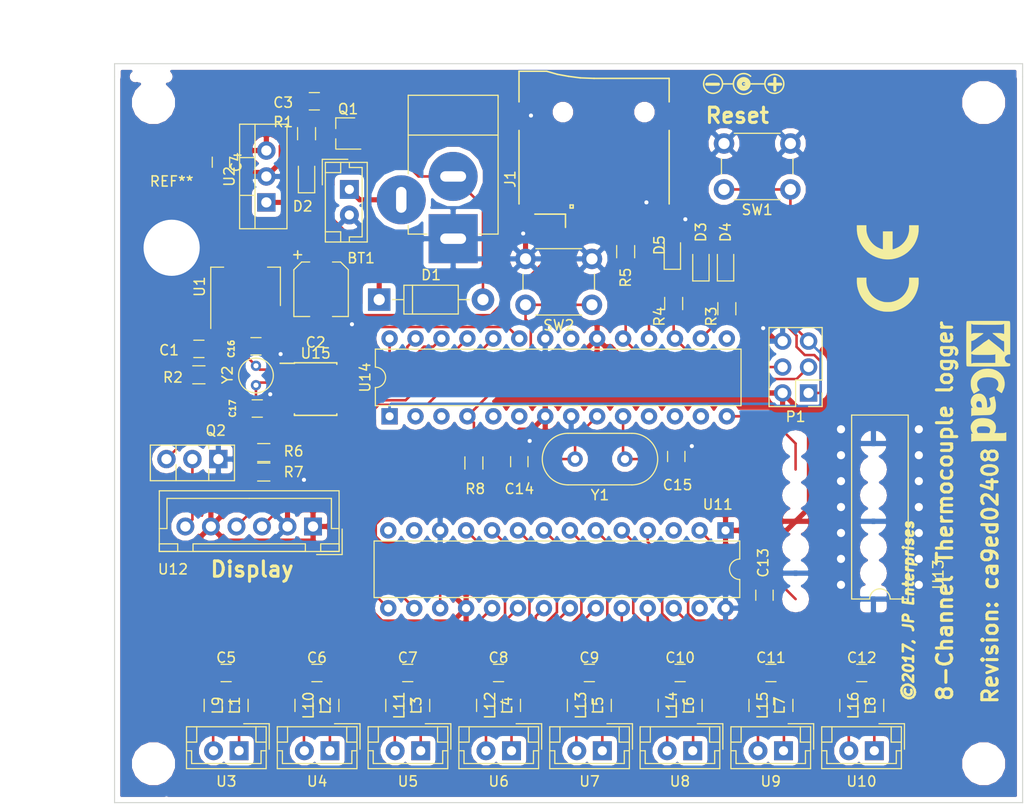
<source format=kicad_pcb>
(kicad_pcb (version 20170123) (host pcbnew "(2017-07-16 revision e797af3)-master")
  (title_block (title "8-Channel Thermocouple datalogger") (date 2017-07-29) (rev ca9ed02408) (company "JP Enterprises"))
  (layers (0 F.Cu signal) (31 B.Cu signal) (34 B.Paste user) (35 F.Paste user) (36 B.SilkS user) (37 F.SilkS user) (38 B.Mask user) (39 F.Mask user) (44 Edge.Cuts user))
  (net 0 "")
  (net 1 GND)
  (net 2 "Net-(BT1-Pad1)")
  (net 3 "Net-(BT2-Pad1)")
  (net 4 5V0)
  (net 5 3V3)
  (net 6 9V0)
  (net 7 "/Thermocouple connectors/SB1")
  (net 8 "/Thermocouple connectors/SA1")
  (net 9 "/Thermocouple connectors/SA2")
  (net 10 "/Thermocouple connectors/SB2")
  (net 11 "/Thermocouple connectors/SB3")
  (net 12 "/Thermocouple connectors/SA3")
  (net 13 "/Thermocouple connectors/SA4")
  (net 14 "/Thermocouple connectors/SB4")
  (net 15 "/Thermocouple connectors/SB5")
  (net 16 "/Thermocouple connectors/SA5")
  (net 17 "/Thermocouple connectors/SA6")
  (net 18 "/Thermocouple connectors/SB6")
  (net 19 "/Thermocouple connectors/SB7")
  (net 20 "/Thermocouple connectors/SA7")
  (net 21 "/Thermocouple connectors/SA8")
  (net 22 "/Thermocouple connectors/SB8")
  (net 23 DB_MUX)
  (net 24 "Net-(C14-Pad2)")
  (net 25 "Net-(C15-Pad2)")
  (net 26 "Net-(C16-Pad1)")
  (net 27 "Net-(C17-Pad1)")
  (net 28 "Net-(D1-Pad2)")
  (net 29 "Net-(D2-Pad2)")
  (net 30 "Net-(D3-Pad1)")
  (net 31 "Net-(D4-Pad1)")
  (net 32 "Net-(D5-Pad1)")
  (net 33 "Net-(L1-Pad2)")
  (net 34 "Net-(L2-Pad2)")
  (net 35 "Net-(L3-Pad2)")
  (net 36 "Net-(L4-Pad2)")
  (net 37 "Net-(L5-Pad2)")
  (net 38 "Net-(L6-Pad2)")
  (net 39 "Net-(L7-Pad2)")
  (net 40 "Net-(L8-Pad2)")
  (net 41 "Net-(L9-Pad1)")
  (net 42 "Net-(L10-Pad1)")
  (net 43 "Net-(L11-Pad1)")
  (net 44 "Net-(L12-Pad1)")
  (net 45 "Net-(L13-Pad1)")
  (net 46 "Net-(L14-Pad1)")
  (net 47 "Net-(L15-Pad1)")
  (net 48 "Net-(L16-Pad1)")
  (net 49 RESET)
  (net 50 MOSI)
  (net 51 SCK)
  (net 52 MISO)
  (net 53 SCL)
  (net 54 SDA)
  (net 55 "Net-(Q2-Pad3)")
  (net 56 "Net-(Q2-Pad2)")
  (net 57 B_LIGHT)
  (net 58 SS)
  (net 59 "Net-(R8-Pad2)")
  (net 60 SLCT0)
  (net 61 SLCT1)
  (net 62 SLCT2)
  (net 63 TEMP)
  (net 64 "Net-(U13-Pad6)")
  (net 65 "Net-(U13-Pad12)")
  (net 66 "Net-(U13-Pad5)")
  (net 67 "Net-(U13-Pad10)")
  (net 68 "Net-(U13-Pad3)")
  (net 69 "Net-(U13-Pad2)")
  (net 70 "Net-(U14-Pad15)")
  (net 71 "Net-(U14-Pad2)")
  (net 72 "Net-(U14-Pad3)")
  (net 73 "Net-(U14-Pad5)")
  (net 74 "Net-(U14-Pad6)")
  (net 75 "Net-(U14-Pad21)")
  (net 76 "Net-(U14-Pad11)")
  (net 77 "Net-(U14-Pad12)")
  (net 78 "Net-(U14-Pad13)")
  (net 79 "Net-(U15-Pad7)")
  (net 80 "Net-(XS1-Pad1)")
  (net 81 "Net-(XS1-Pad8)")
  (net 82 "Net-(XS1-Pad9)")
  (module Mounting_Holes:MountingHole_5.5mm (layer F.Cu) (at 99.568 90.424)
    (fp_text reference REF** (at 0 -6.5) (layer F.SilkS))
    (fp_text value MountingHole_5.5mm)
    (pad 1 np_thru_hole circle (at 0 0) (size 5.5 5.5) (drill 5.5) (layers *.Cu *.Mask))
  )
  (module Mounting_Holes:MountingHole_3.2mm_M3 (layer F.Cu) (at 97.79 76.2)
    (fp_text reference REF** hide)
    (fp_text value MountingHole_3.2mm_M3)
    (pad 1 np_thru_hole circle (at 0 0) (size 3.2 3.2) (drill 3.2) (layers *.Cu *.Mask))
  )
  (module TO_SOT_Packages_THT:TO-220_Vertical (layer F.Cu) (at 108.839 85.979 90)
    (fp_text reference U2 (at 2.54 -3.62 90) (layer F.SilkS))
    (fp_text value 7805)
    (pad 3 thru_hole oval (at 5.08 0 90) (size 1.8 1.8) (drill 1) (layers *.Cu *.Mask) (net 4 5V0))
    (pad 2 thru_hole oval (at 2.54 0 90) (size 1.8 1.8) (drill 1) (layers *.Cu *.Mask) (net 1 GND))
    (pad 1 thru_hole rect (at 0 0 90) (size 1.8 1.8) (drill 1) (layers *.Cu *.Mask) (net 6 9V0))
  )
  (module TO_SOT_Packages_THT:TO-126_Vertical (layer F.Cu) (at 104.14 111.125 180)
    (fp_text reference Q2 (at 0.254 2.794 180) (layer F.SilkS))
    (fp_text value BD139)
    (pad 3 thru_hole oval (at 5.08 0 180) (size 1.8 1.8) (drill 1) (layers *.Cu *.Mask) (net 55 "Net-(Q2-Pad3)"))
    (pad 2 thru_hole oval (at 2.54 0 180) (size 1.8 1.8) (drill 1) (layers *.Cu *.Mask) (net 56 "Net-(Q2-Pad2)"))
    (pad 1 thru_hole rect (at 0 0 180) (size 1.8 1.8) (drill 1) (layers *.Cu *.Mask) (net 1 GND))
  )
  (module TO_SOT_Packages_SMD:TSOT-23 (layer F.Cu) (at 116.586 79.248 180)
    (fp_text reference Q1 (at -0.254 2.413 180) (layer F.SilkS))
    (fp_text value BS250)
    (pad 3 smd rect (at 1.31 0 180) (size 1.22 0.65) (layers F.Cu F.Paste F.Mask) (net 6 9V0))
    (pad 2 smd rect (at -1.31 0.95 180) (size 1.22 0.65) (layers F.Cu F.Paste F.Mask) (net 29 "Net-(D2-Pad2)"))
    (pad 1 smd rect (at -1.31 -0.95 180) (size 1.22 0.65) (layers F.Cu F.Paste F.Mask) (net 28 "Net-(D1-Pad2)"))
  )
  (module jp_personal:Conn_uSDcard (layer F.Cu) (at 140.927 77.13 180)
    (fp_text reference XS1)
    (fp_text value SD_ebay-uSD-push/push_SMD)
    (pad 3 smd rect (at 0 -10.5 180) (size 0.7 1.6) (layers F.Cu F.Paste F.Mask) (net 30 "Net-(D3-Pad1)"))
    (pad "" np_thru_hole circle (at -4.93 0 180) (size 1 1) (drill 1) (layers *.Cu))
    (pad "" np_thru_hole circle (at 3.05 0 180) (size 1 1) (drill 1) (layers *.Cu))
    (pad 2 smd rect (at 1.1 -10.5 180) (size 0.7 1.6) (layers F.Cu F.Paste F.Mask) (net 31 "Net-(D4-Pad1)"))
    (pad 1 smd rect (at 2.2 -10.5 180) (size 0.7 1.6) (layers F.Cu F.Paste F.Mask) (net 80 "Net-(XS1-Pad1)"))
    (pad 4 smd rect (at -1.1 -10.5 180) (size 0.7 1.6) (layers F.Cu F.Paste F.Mask) (net 5 3V3))
    (pad 5 smd rect (at -2.2 -10.5 180) (size 0.7 1.6) (layers F.Cu F.Paste F.Mask) (net 32 "Net-(D5-Pad1)"))
    (pad 6 smd rect (at -3.3 -10.5 180) (size 0.7 1.6) (layers F.Cu F.Paste F.Mask) (net 1 GND))
    (pad 8 smd rect (at -5.5 -10.5 180) (size 0.7 1.6) (layers F.Cu F.Paste F.Mask) (net 81 "Net-(XS1-Pad8)"))
    (pad 7 smd rect (at -4.4 -10.5 180) (size 0.7 1.6) (layers F.Cu F.Paste F.Mask) (net 52 MISO))
    (pad 9 smd rect (at -6.6 -10.5 180) (size 0.5 1.6) (layers F.Cu F.Paste F.Mask) (net 82 "Net-(XS1-Pad9)"))
    (pad 6 smd rect (at -7.75 -10 180) (size 1.2 1.4) (layers F.Cu F.Paste F.Mask) (net 1 GND))
    (pad 6 smd rect (at 6.85 -10 180) (size 1.6 1.4) (layers F.Cu F.Paste F.Mask) (net 1 GND))
    (pad 6 smd rect (at -7.75 -0.4 180) (size 1.2 2.2) (layers F.Cu F.Paste F.Mask) (net 1 GND))
    (pad 6 smd rect (at 7.75 -0.4 180) (size 1.2 2.2) (layers F.Cu F.Paste F.Mask) (net 1 GND))
  )
  (module Capacitors_SMD:C_0805 (layer F.Cu) (at 104.394 82.042 270)
    (fp_text reference C4 (at 0 -1.5 270) (layer F.SilkS))
    (fp_text value 0.1uF)
    (pad 2 smd rect (at 1 0 270) (size 1 1.25) (layers F.Cu F.Paste F.Mask) (net 1 GND))
    (pad 1 smd rect (at -1 0 270) (size 1 1.25) (layers F.Cu F.Paste F.Mask) (net 4 5V0))
  )
  (module Diodes_SMD:D_0805 (layer F.Cu) (at 148.59 90.932 90)
    (fp_text reference D5 (at 0.762 -1.27 90) (layer F.SilkS))
    (fp_text value 3.3V)
    (pad 1 smd rect (at -1.05 0 90) (size 0.8 0.9) (layers F.Cu F.Paste F.Mask) (net 32 "Net-(D5-Pad1)"))
    (pad 2 smd rect (at 1.05 0 90) (size 0.8 0.9) (layers F.Cu F.Paste F.Mask) (net 1 GND))
  )
  (module Buttons_Switches_THT:SW_PUSH_6mm_h5mm (layer F.Cu) (at 140.716 96.012 180)
    (fp_text reference SW2 (at 3.25 -2 180) (layer F.SilkS))
    (fp_text value SW_Push)
    (pad 2 thru_hole circle (at 0 4.5 270) (size 2 2) (drill 1.1) (layers *.Cu *.Mask) (net 1 GND))
    (pad 1 thru_hole circle (at 0 0 270) (size 2 2) (drill 1.1) (layers *.Cu *.Mask) (net 59 "Net-(R8-Pad2)"))
    (pad 2 thru_hole circle (at 6.5 4.5 270) (size 2 2) (drill 1.1) (layers *.Cu *.Mask) (net 1 GND))
    (pad 1 thru_hole circle (at 6.5 0 270) (size 2 2) (drill 1.1) (layers *.Cu *.Mask) (net 59 "Net-(R8-Pad2)"))
  )
  (module Capacitors_SMD:C_0805 (layer F.Cu) (at 113.538 76.073 180)
    (fp_text reference C3 (at 3.048 -0.127 180) (layer F.SilkS))
    (fp_text value 0.33uF)
    (pad 2 smd rect (at 1 0 180) (size 1 1.25) (layers F.Cu F.Paste F.Mask) (net 1 GND))
    (pad 1 smd rect (at -1 0 180) (size 1 1.25) (layers F.Cu F.Paste F.Mask) (net 6 9V0))
  )
  (module Capacitors_SMD:C_0805 (layer F.Cu) (at 148.971 110.871 270)
    (fp_text reference C15 (at 2.794 -0.127) (layer F.SilkS))
    (fp_text value 18pF)
    (pad 1 smd rect (at -1 0 270) (size 1 1.25) (layers F.Cu F.Paste F.Mask) (net 1 GND))
    (pad 2 smd rect (at 1 0 270) (size 1 1.25) (layers F.Cu F.Paste F.Mask) (net 25 "Net-(C15-Pad2)"))
  )
  (module Resistors_SMD:R_0805 (layer F.Cu) (at 108.585 112.395)
    (fp_text reference R7 (at 2.921 0) (layer F.SilkS))
    (fp_text value 4.7k)
    (pad 2 smd rect (at 0.95 0) (size 0.7 1.3) (layers F.Cu F.Paste F.Mask) (net 54 SDA))
    (pad 1 smd rect (at -0.95 0) (size 0.7 1.3) (layers F.Cu F.Paste F.Mask) (net 4 5V0))
  )
  (module Capacitors_SMD:CP_Elec_5x5.3 (layer F.Cu) (at 114.173 94.488 270)
    (fp_text reference C2 (at 5.207 0.508 180) (layer F.SilkS))
    (fp_text value 33uF)
    (fp_text user + (at -3.38 2.34 270) (layer F.SilkS))
    (pad 2 smd rect (at 2.2 0 90) (size 3 1.6) (layers F.Cu F.Paste F.Mask) (net 1 GND))
    (pad 1 smd rect (at -2.2 0 90) (size 3 1.6) (layers F.Cu F.Paste F.Mask) (net 5 3V3))
  )
  (module Resistors_SMD:R_0805 (layer F.Cu) (at 108.585 110.49)
    (fp_text reference R6 (at 2.921 -0.127) (layer F.SilkS))
    (fp_text value 4.7k)
    (pad 1 smd rect (at -0.95 0) (size 0.7 1.3) (layers F.Cu F.Paste F.Mask) (net 4 5V0))
    (pad 2 smd rect (at 0.95 0) (size 0.7 1.3) (layers F.Cu F.Paste F.Mask) (net 53 SCL))
  )
  (module Connectors_JST:JST_EH_B02B-EH-A_02x2.50mm_Straight (layer F.Cu) (at 116.967 84.709 270)
    (fp_text reference BT1 (at 6.731 -1.143) (layer F.SilkS))
    (fp_text value 9V)
    (pad 2 thru_hole circle (at 2.5 0 270) (size 1.85 1.85) (drill 0.9) (layers *.Cu *.Mask) (net 1 GND))
    (pad 1 thru_hole rect (at 0 0 270) (size 1.85 1.85) (drill 0.9) (layers *.Cu *.Mask) (net 2 "Net-(BT1-Pad1)"))
  )
  (module Capacitors_SMD:C_0805 (layer F.Cu) (at 107.95 106.172)
    (fp_text reference C17 (at -2.413 0 90) (layer F.SilkS) (effects (font (size 0.6 0.6))))
    (fp_text value 12.5pF)
    (pad 1 smd rect (at -1 0) (size 1 1.25) (layers F.Cu F.Paste F.Mask) (net 27 "Net-(C17-Pad1)"))
    (pad 2 smd rect (at 1 0) (size 1 1.25) (layers F.Cu F.Paste F.Mask) (net 1 GND))
  )
  (module Capacitors_SMD:C_0805 (layer F.Cu) (at 107.823 100.076)
    (fp_text reference C16 (at -2.413 0.254 90) (layer F.SilkS) (effects (font (size 0.6 0.6))))
    (fp_text value 12.5pF)
    (pad 2 smd rect (at 1 0) (size 1 1.25) (layers F.Cu F.Paste F.Mask) (net 1 GND))
    (pad 1 smd rect (at -1 0) (size 1 1.25) (layers F.Cu F.Paste F.Mask) (net 26 "Net-(C16-Pad1)"))
  )
  (module Housings_SOIC:SOIC-8_3.9x4.9mm_Pitch1.27mm (layer F.Cu) (at 113.665 104.267)
    (fp_text reference U15 (at 0 -3.5) (layer F.SilkS))
    (fp_text value DS1307+)
    (pad 8 smd rect (at 2.7 -1.905) (size 1.55 0.6) (layers F.Cu F.Paste F.Mask) (net 4 5V0))
    (pad 7 smd rect (at 2.7 -0.635) (size 1.55 0.6) (layers F.Cu F.Paste F.Mask) (net 79 "Net-(U15-Pad7)"))
    (pad 6 smd rect (at 2.7 0.635) (size 1.55 0.6) (layers F.Cu F.Paste F.Mask) (net 53 SCL))
    (pad 5 smd rect (at 2.7 1.905) (size 1.55 0.6) (layers F.Cu F.Paste F.Mask) (net 54 SDA))
    (pad 4 smd rect (at -2.7 1.905) (size 1.55 0.6) (layers F.Cu F.Paste F.Mask) (net 1 GND))
    (pad 3 smd rect (at -2.7 0.635) (size 1.55 0.6) (layers F.Cu F.Paste F.Mask) (net 3 "Net-(BT2-Pad1)"))
    (pad 2 smd rect (at -2.7 -0.635) (size 1.55 0.6) (layers F.Cu F.Paste F.Mask) (net 27 "Net-(C17-Pad1)"))
    (pad 1 smd rect (at -2.7 -1.905) (size 1.55 0.6) (layers F.Cu F.Paste F.Mask) (net 26 "Net-(C16-Pad1)"))
  )
  (module Pin_Headers:Pin_Header_Straight_2x03_Pitch2.54mm (layer F.Cu) (at 161.925 104.648 180)
    (fp_text reference P1 (at 1.27 -2.33 180) (layer F.SilkS))
    (fp_text value CONN_02X03)
    (pad 6 thru_hole oval (at 2.54 5.08 180) (size 1.7 1.7) (drill 1) (layers *.Cu *.Mask) (net 1 GND))
    (pad 5 thru_hole oval (at 0 5.08 180) (size 1.7 1.7) (drill 1) (layers *.Cu *.Mask) (net 49 RESET))
    (pad 4 thru_hole oval (at 2.54 2.54 180) (size 1.7 1.7) (drill 1) (layers *.Cu *.Mask) (net 50 MOSI))
    (pad 3 thru_hole oval (at 0 2.54 180) (size 1.7 1.7) (drill 1) (layers *.Cu *.Mask) (net 51 SCK))
    (pad 2 thru_hole oval (at 2.54 0 180) (size 1.7 1.7) (drill 1) (layers *.Cu *.Mask) (net 4 5V0))
    (pad 1 thru_hole rect (at 0 0 180) (size 1.7 1.7) (drill 1) (layers *.Cu *.Mask) (net 52 MISO))
  )
  (module Connectors_JST:JST_XH_B06B-XH-A_06x2.50mm_Straight (layer F.Cu) (at 113.411 117.729 180)
    (fp_text reference U12 (at 13.716 -4.191 180) (layer F.SilkS))
    (fp_text value I2C_20x4_DISPLAY)
    (pad 6 thru_hole circle (at 12.5 0 180) (size 1.75 1.75) (drill 1) (layers *.Cu *.Mask) (net 56 "Net-(Q2-Pad2)"))
    (pad 5 thru_hole circle (at 10 0 180) (size 1.75 1.75) (drill 1) (layers *.Cu *.Mask) (net 4 5V0))
    (pad 4 thru_hole circle (at 7.5 0 180) (size 1.75 1.75) (drill 1) (layers *.Cu *.Mask) (net 53 SCL))
    (pad 3 thru_hole circle (at 5 0 180) (size 1.75 1.75) (drill 1) (layers *.Cu *.Mask) (net 54 SDA))
    (pad 2 thru_hole circle (at 2.5 0 180) (size 1.75 1.75) (drill 1) (layers *.Cu *.Mask) (net 1 GND))
    (pad 1 thru_hole rect (at 0 0 180) (size 1.75 1.75) (drill 1) (layers *.Cu *.Mask) (net 4 5V0))
  )
  (module Capacitors_SMD:C_0805 (layer F.Cu) (at 157.607 124.46 90)
    (fp_text reference C13 (at 3.175 -0.127 90) (layer F.SilkS))
    (fp_text value 10nF)
    (pad 1 smd rect (at -1 0 90) (size 1 1.25) (layers F.Cu F.Paste F.Mask) (net 1 GND))
    (pad 2 smd rect (at 1 0 90) (size 1 1.25) (layers F.Cu F.Paste F.Mask) (net 23 DB_MUX))
  )
  (module Connectors:JACK_ALIM (layer F.Cu) (at 127.127 89.535 270)
    (fp_text reference J1 (at -5.84 -5.59 270) (layer F.SilkS))
    (fp_text value Barrel_Jack)
    (pad 3 thru_hole circle (at -3.81 5.08 270) (size 4.8 4.8) (drill oval 2.54 1.02) (layers *.Cu *.Mask) (net 2 "Net-(BT1-Pad1)"))
    (pad 1 thru_hole rect (at 0 0 270) (size 4.8 4.8) (drill oval 1.02 2.54) (layers *.Cu *.Mask) (net 1 GND))
    (pad 2 thru_hole circle (at -6.1 0 270) (size 4.8 4.8) (drill oval 1.02 2.54) (layers *.Cu *.Mask) (net 28 "Net-(D1-Pad2)"))
  )
  (module Diodes_SMD:D_0805 (layer F.Cu) (at 112.776 83.439 90)
    (fp_text reference D2 (at -2.921 -0.381 180) (layer F.SilkS))
    (fp_text value 9V)
    (pad 2 smd rect (at 1.05 0 90) (size 0.8 0.9) (layers F.Cu F.Paste F.Mask) (net 29 "Net-(D2-Pad2)"))
    (pad 1 smd rect (at -1.05 0 90) (size 0.8 0.9) (layers F.Cu F.Paste F.Mask) (net 6 9V0))
  )
  (module Resistors_SMD:R_0805 (layer F.Cu) (at 129.159 111.506 90)
    (fp_text reference R8 (at -2.54 0.127 180) (layer F.SilkS))
    (fp_text value 10K)
    (pad 2 smd rect (at 0.95 0 90) (size 0.7 1.3) (layers F.Cu F.Paste F.Mask) (net 59 "Net-(R8-Pad2)"))
    (pad 1 smd rect (at -0.95 0 90) (size 0.7 1.3) (layers F.Cu F.Paste F.Mask) (net 4 5V0))
  )
  (module Diodes_SMD:D_0805 (layer F.Cu) (at 153.797 92.075 90)
    (fp_text reference D4 (at 3.175 0 90) (layer F.SilkS))
    (fp_text value 3.3V)
    (pad 2 smd rect (at 1.05 0 90) (size 0.8 0.9) (layers F.Cu F.Paste F.Mask) (net 1 GND))
    (pad 1 smd rect (at -1.05 0 90) (size 0.8 0.9) (layers F.Cu F.Paste F.Mask) (net 31 "Net-(D4-Pad1)"))
  )
  (module Diodes_SMD:D_0805 (layer F.Cu) (at 151.384 92.075 90)
    (fp_text reference D3 (at 3.175 0 90) (layer F.SilkS))
    (fp_text value 3.3V)
    (pad 1 smd rect (at -1.05 0 90) (size 0.8 0.9) (layers F.Cu F.Paste F.Mask) (net 30 "Net-(D3-Pad1)"))
    (pad 2 smd rect (at 1.05 0 90) (size 0.8 0.9) (layers F.Cu F.Paste F.Mask) (net 1 GND))
  )
  (module Mounting_Holes:MountingHole_3.2mm_M3 (layer F.Cu) (at 97.79 140.97)
    (fp_text reference REF03 hide)
    (fp_text value MountingHole_3.2mm_M3)
    (pad 1 np_thru_hole circle (at 0 0) (size 3.2 3.2) (drill 3.2) (layers *.Cu *.Mask))
  )
  (module Mounting_Holes:MountingHole_3.2mm_M3 (layer F.Cu) (at 179.07 140.97)
    (fp_text reference REF04 hide)
    (fp_text value MountingHole_3.2mm_M3)
    (pad 1 np_thru_hole circle (at 0 0) (size 3.2 3.2) (drill 3.2) (layers *.Cu *.Mask))
  )
  (module Mounting_Holes:MountingHole_3.2mm_M3 (layer F.Cu) (at 179.07 76.2)
    (fp_text reference REF02 hide)
    (fp_text value MountingHole_3.2mm_M3)
    (pad "" np_thru_hole circle (at 0 0) (size 3.2 3.2) (drill 3.2) (layers *.Cu *.Mask))
  )
  (module Diodes_THT:D_DO-41_SOD81_P10.16mm_Horizontal (layer F.Cu) (at 119.888 95.504)
    (fp_text reference D1 (at 5.08 -2.41) (layer F.SilkS))
    (fp_text value 1N4007)
    (pad 2 thru_hole oval (at 10.16 0) (size 2.2 2.2) (drill 1.1) (layers *.Cu *.Mask) (net 28 "Net-(D1-Pad2)"))
    (pad 1 thru_hole rect (at 0 0) (size 2.2 2.2) (drill 1.1) (layers *.Cu *.Mask) (net 6 9V0))
  )
  (module Housings_DIP:DIP-14_W7.62mm (layer F.Cu) (at 172.72 123.444 180)
    (fp_text reference U13 (at -1.905 1.016 270) (layer F.SilkS))
    (fp_text value AD595)
    (pad 14 thru_hole oval (at 7.62 0 180) (size 1.6 1.6) (drill 0.8) (layers *.Cu *.Mask) (net 23 DB_MUX))
    (pad 7 thru_hole oval (at 0 15.24 180) (size 1.6 1.6) (drill 0.8) (layers *.Cu *.Mask) (net 1 GND))
    (pad 13 thru_hole oval (at 7.62 2.54 180) (size 1.6 1.6) (drill 0.8) (layers *.Cu *.Mask) (net 1 GND))
    (pad 6 thru_hole oval (at 0 12.7 180) (size 1.6 1.6) (drill 0.8) (layers *.Cu *.Mask) (net 64 "Net-(U13-Pad6)"))
    (pad 12 thru_hole oval (at 7.62 5.08 180) (size 1.6 1.6) (drill 0.8) (layers *.Cu *.Mask) (net 65 "Net-(U13-Pad12)"))
    (pad 5 thru_hole oval (at 0 10.16 180) (size 1.6 1.6) (drill 0.8) (layers *.Cu *.Mask) (net 66 "Net-(U13-Pad5)"))
    (pad 11 thru_hole oval (at 7.62 7.62 180) (size 1.6 1.6) (drill 0.8) (layers *.Cu *.Mask) (net 4 5V0))
    (pad 4 thru_hole oval (at 0 7.62 180) (size 1.6 1.6) (drill 0.8) (layers *.Cu *.Mask) (net 1 GND))
    (pad 10 thru_hole oval (at 7.62 10.16 180) (size 1.6 1.6) (drill 0.8) (layers *.Cu *.Mask) (net 67 "Net-(U13-Pad10)"))
    (pad 3 thru_hole oval (at 0 5.08 180) (size 1.6 1.6) (drill 0.8) (layers *.Cu *.Mask) (net 68 "Net-(U13-Pad3)"))
    (pad 9 thru_hole oval (at 7.62 12.7 180) (size 1.6 1.6) (drill 0.8) (layers *.Cu *.Mask) (net 63 TEMP))
    (pad 2 thru_hole oval (at 0 2.54 180) (size 1.6 1.6) (drill 0.8) (layers *.Cu *.Mask) (net 69 "Net-(U13-Pad2)"))
    (pad 8 thru_hole oval (at 7.62 15.24 180) (size 1.6 1.6) (drill 0.8) (layers *.Cu *.Mask) (net 63 TEMP))
    (pad 1 thru_hole rect (at 0 0 180) (size 1.6 1.6) (drill 0.8) (layers *.Cu *.Mask) (net 1 GND))
  )
  (module TO_SOT_Packages_SMD:SOT-223 (layer F.Cu) (at 106.807 94.234 90)
    (fp_text reference U1 (at 0 -4.5 90) (layer F.SilkS))
    (fp_text value LM3940)
    (pad 1 smd rect (at -3.15 -2.3 90) (size 2 1.5) (layers F.Cu F.Paste F.Mask) (net 4 5V0))
    (pad 3 smd rect (at -3.15 2.3 90) (size 2 1.5) (layers F.Cu F.Paste F.Mask) (net 5 3V3))
    (pad 2 smd rect (at -3.15 0 90) (size 2 1.5) (layers F.Cu F.Paste F.Mask) (net 1 GND))
    (pad 4 smd rect (at 3.15 0 90) (size 2 3.8) (layers F.Cu F.Paste F.Mask))
  )
  (module Capacitors_SMD:C_0805 (layer F.Cu) (at 102.235 100.33)
    (fp_text reference C1 (at -2.921 0.127) (layer F.SilkS))
    (fp_text value 0.47uF)
    (pad 1 smd rect (at -1 0) (size 1 1.25) (layers F.Cu F.Paste F.Mask) (net 4 5V0))
    (pad 2 smd rect (at 1 0) (size 1 1.25) (layers F.Cu F.Paste F.Mask) (net 1 GND))
  )
  (module Resistors_SMD:R_0805 (layer F.Cu) (at 112.776 79.248 90)
    (fp_text reference R1 (at 1.143 -2.286 180) (layer F.SilkS))
    (fp_text value DNP)
    (pad 1 smd rect (at -0.95 0 90) (size 0.7 1.3) (layers F.Cu F.Paste F.Mask) (net 29 "Net-(D2-Pad2)"))
    (pad 2 smd rect (at 0.95 0 90) (size 0.7 1.3) (layers F.Cu F.Paste F.Mask) (net 1 GND))
  )
  (module Buttons_Switches_THT:SW_PUSH_6mm_h5mm (layer F.Cu) (at 160.147 84.709 180)
    (fp_text reference SW1 (at 3.25 -2 180) (layer F.SilkS))
    (fp_text value SW_Push)
    (pad 1 thru_hole circle (at 6.5 0 270) (size 2 2) (drill 1.1) (layers *.Cu *.Mask) (net 49 RESET))
    (pad 2 thru_hole circle (at 6.5 4.5 270) (size 2 2) (drill 1.1) (layers *.Cu *.Mask) (net 1 GND))
    (pad 1 thru_hole circle (at 0 0 270) (size 2 2) (drill 1.1) (layers *.Cu *.Mask) (net 49 RESET))
    (pad 2 thru_hole circle (at 0 4.5 270) (size 2 2) (drill 1.1) (layers *.Cu *.Mask) (net 1 GND))
  )
  (module Capacitors_SMD:C_0805 (layer F.Cu) (at 133.604 111.379 270)
    (fp_text reference C14 (at 2.667 0) (layer F.SilkS))
    (fp_text value 18pF)
    (pad 2 smd rect (at 1 0 270) (size 1 1.25) (layers F.Cu F.Paste F.Mask) (net 24 "Net-(C14-Pad2)"))
    (pad 1 smd rect (at -1 0 270) (size 1 1.25) (layers F.Cu F.Paste F.Mask) (net 1 GND))
  )
  (module Symbols:Symbol_Barrel_Polarity (layer F.Cu) (at 155.575 74.295)
    (fp_text reference REF** hide)
    (fp_text value Symbol_Barrel_Polarity)
  )
  (module Symbols:Symbol_KiCAD-Logo_CopperAndSilkScreenTop (layer F.Cu) (at 179.705 103.505 270)
    (fp_text reference REF** hide)
    (fp_text value "KiCAD Logo" hide)
  )
  (module Symbols:CE-Logo_8.5x6mm_SilkScreen (layer F.Cu) (at 169.672 92.456 90)
    (fp_text reference REF*** hide)
    (fp_text value CE-Logo_8.5x6mm_SilkScreen hide)
  )
  (module Crystals:Crystal_Round_d3.0mm_Vertical (layer F.Cu) (at 107.823 101.986 270)
    (fp_text reference Y2 (at 0.884 2.794 270) (layer F.SilkS))
    (fp_text value 32.768kHz)
    (pad 2 thru_hole circle (at 1.9 0 270) (size 1 1) (drill 0.5) (layers *.Cu *.Mask) (net 27 "Net-(C17-Pad1)"))
    (pad 1 thru_hole circle (at 0 0 270) (size 1 1) (drill 0.5) (layers *.Cu *.Mask) (net 26 "Net-(C16-Pad1)"))
  )
  (module Housings_DIP:DIP-28_W7.62mm (layer F.Cu) (at 153.797 118.11 270)
    (fp_text reference U11 (at -2.54 0.762) (layer F.SilkS))
    (fp_text value ADG407)
    (pad 28 thru_hole oval (at 7.62 0 270) (size 1.6 1.6) (drill 0.8) (layers *.Cu *.Mask) (net 1 GND))
    (pad 14 thru_hole oval (at 0 33.02 270) (size 1.6 1.6) (drill 0.8) (layers *.Cu *.Mask))
    (pad 27 thru_hole oval (at 7.62 2.54 270) (size 1.6 1.6) (drill 0.8) (layers *.Cu *.Mask))
    (pad 13 thru_hole oval (at 0 30.48 270) (size 1.6 1.6) (drill 0.8) (layers *.Cu *.Mask))
    (pad 26 thru_hole oval (at 7.62 5.08 270) (size 1.6 1.6) (drill 0.8) (layers *.Cu *.Mask) (net 21 "/Thermocouple connectors/SA8"))
    (pad 12 thru_hole oval (at 0 27.94 270) (size 1.6 1.6) (drill 0.8) (layers *.Cu *.Mask) (net 1 GND))
    (pad 25 thru_hole oval (at 7.62 7.62 270) (size 1.6 1.6) (drill 0.8) (layers *.Cu *.Mask) (net 20 "/Thermocouple connectors/SA7"))
    (pad 11 thru_hole oval (at 0 25.4 270) (size 1.6 1.6) (drill 0.8) (layers *.Cu *.Mask) (net 7 "/Thermocouple connectors/SB1"))
    (pad 24 thru_hole oval (at 7.62 10.16 270) (size 1.6 1.6) (drill 0.8) (layers *.Cu *.Mask) (net 17 "/Thermocouple connectors/SA6"))
    (pad 10 thru_hole oval (at 0 22.86 270) (size 1.6 1.6) (drill 0.8) (layers *.Cu *.Mask) (net 10 "/Thermocouple connectors/SB2"))
    (pad 23 thru_hole oval (at 7.62 12.7 270) (size 1.6 1.6) (drill 0.8) (layers *.Cu *.Mask) (net 16 "/Thermocouple connectors/SA5"))
    (pad 9 thru_hole oval (at 0 20.32 270) (size 1.6 1.6) (drill 0.8) (layers *.Cu *.Mask) (net 11 "/Thermocouple connectors/SB3"))
    (pad 22 thru_hole oval (at 7.62 15.24 270) (size 1.6 1.6) (drill 0.8) (layers *.Cu *.Mask) (net 13 "/Thermocouple connectors/SA4"))
    (pad 8 thru_hole oval (at 0 17.78 270) (size 1.6 1.6) (drill 0.8) (layers *.Cu *.Mask) (net 14 "/Thermocouple connectors/SB4"))
    (pad 21 thru_hole oval (at 7.62 17.78 270) (size 1.6 1.6) (drill 0.8) (layers *.Cu *.Mask) (net 12 "/Thermocouple connectors/SA3"))
    (pad 7 thru_hole oval (at 0 15.24 270) (size 1.6 1.6) (drill 0.8) (layers *.Cu *.Mask) (net 15 "/Thermocouple connectors/SB5"))
    (pad 20 thru_hole oval (at 7.62 20.32 270) (size 1.6 1.6) (drill 0.8) (layers *.Cu *.Mask) (net 9 "/Thermocouple connectors/SA2"))
    (pad 6 thru_hole oval (at 0 12.7 270) (size 1.6 1.6) (drill 0.8) (layers *.Cu *.Mask) (net 18 "/Thermocouple connectors/SB6"))
    (pad 19 thru_hole oval (at 7.62 22.86 270) (size 1.6 1.6) (drill 0.8) (layers *.Cu *.Mask) (net 8 "/Thermocouple connectors/SA1"))
    (pad 5 thru_hole oval (at 0 10.16 270) (size 1.6 1.6) (drill 0.8) (layers *.Cu *.Mask) (net 19 "/Thermocouple connectors/SB7"))
    (pad 18 thru_hole oval (at 7.62 25.4 270) (size 1.6 1.6) (drill 0.8) (layers *.Cu *.Mask) (net 4 5V0))
    (pad 4 thru_hole oval (at 0 7.62 270) (size 1.6 1.6) (drill 0.8) (layers *.Cu *.Mask) (net 22 "/Thermocouple connectors/SB8"))
    (pad 17 thru_hole oval (at 7.62 27.94 270) (size 1.6 1.6) (drill 0.8) (layers *.Cu *.Mask) (net 60 SLCT0))
    (pad 3 thru_hole oval (at 0 5.08 270) (size 1.6 1.6) (drill 0.8) (layers *.Cu *.Mask))
    (pad 16 thru_hole oval (at 7.62 30.48 270) (size 1.6 1.6) (drill 0.8) (layers *.Cu *.Mask) (net 61 SLCT1))
    (pad 2 thru_hole oval (at 0 2.54 270) (size 1.6 1.6) (drill 0.8) (layers *.Cu *.Mask) (net 23 DB_MUX))
    (pad 15 thru_hole oval (at 7.62 33.02 270) (size 1.6 1.6) (drill 0.8) (layers *.Cu *.Mask) (net 62 SLCT2))
    (pad 1 thru_hole rect (at 0 0 270) (size 1.6 1.6) (drill 0.8) (layers *.Cu *.Mask) (net 4 5V0))
  )
  (module Housings_DIP:DIP-28_W7.62mm (layer F.Cu) (at 120.904 106.934 90)
    (fp_text reference U14 (at 3.81 -2.39 90) (layer F.SilkS))
    (fp_text value ATMEGA328P-PU)
    (pad 1 thru_hole rect (at 0 0 90) (size 1.6 1.6) (drill 0.8) (layers *.Cu *.Mask) (net 49 RESET))
    (pad 15 thru_hole oval (at 7.62 33.02 90) (size 1.6 1.6) (drill 0.8) (layers *.Cu *.Mask) (net 70 "Net-(U14-Pad15)"))
    (pad 2 thru_hole oval (at 0 2.54 90) (size 1.6 1.6) (drill 0.8) (layers *.Cu *.Mask) (net 71 "Net-(U14-Pad2)"))
    (pad 16 thru_hole oval (at 7.62 30.48 90) (size 1.6 1.6) (drill 0.8) (layers *.Cu *.Mask) (net 58 SS))
    (pad 3 thru_hole oval (at 0 5.08 90) (size 1.6 1.6) (drill 0.8) (layers *.Cu *.Mask) (net 72 "Net-(U14-Pad3)"))
    (pad 17 thru_hole oval (at 7.62 27.94 90) (size 1.6 1.6) (drill 0.8) (layers *.Cu *.Mask) (net 50 MOSI))
    (pad 4 thru_hole oval (at 0 7.62 90) (size 1.6 1.6) (drill 0.8) (layers *.Cu *.Mask) (net 59 "Net-(R8-Pad2)"))
    (pad 18 thru_hole oval (at 7.62 25.4 90) (size 1.6 1.6) (drill 0.8) (layers *.Cu *.Mask) (net 52 MISO))
    (pad 5 thru_hole oval (at 0 10.16 90) (size 1.6 1.6) (drill 0.8) (layers *.Cu *.Mask) (net 73 "Net-(U14-Pad5)"))
    (pad 19 thru_hole oval (at 7.62 22.86 90) (size 1.6 1.6) (drill 0.8) (layers *.Cu *.Mask) (net 51 SCK))
    (pad 6 thru_hole oval (at 0 12.7 90) (size 1.6 1.6) (drill 0.8) (layers *.Cu *.Mask) (net 74 "Net-(U14-Pad6)"))
    (pad 20 thru_hole oval (at 7.62 20.32 90) (size 1.6 1.6) (drill 0.8) (layers *.Cu *.Mask) (net 4 5V0))
    (pad 7 thru_hole oval (at 0 15.24 90) (size 1.6 1.6) (drill 0.8) (layers *.Cu *.Mask) (net 4 5V0))
    (pad 21 thru_hole oval (at 7.62 17.78 90) (size 1.6 1.6) (drill 0.8) (layers *.Cu *.Mask) (net 75 "Net-(U14-Pad21)"))
    (pad 8 thru_hole oval (at 0 17.78 90) (size 1.6 1.6) (drill 0.8) (layers *.Cu *.Mask) (net 1 GND))
    (pad 22 thru_hole oval (at 7.62 15.24 90) (size 1.6 1.6) (drill 0.8) (layers *.Cu *.Mask) (net 1 GND))
    (pad 9 thru_hole oval (at 0 20.32 90) (size 1.6 1.6) (drill 0.8) (layers *.Cu *.Mask) (net 24 "Net-(C14-Pad2)"))
    (pad 23 thru_hole oval (at 7.62 12.7 90) (size 1.6 1.6) (drill 0.8) (layers *.Cu *.Mask) (net 57 B_LIGHT))
    (pad 10 thru_hole oval (at 0 22.86 90) (size 1.6 1.6) (drill 0.8) (layers *.Cu *.Mask) (net 25 "Net-(C15-Pad2)"))
    (pad 24 thru_hole oval (at 7.62 10.16 90) (size 1.6 1.6) (drill 0.8) (layers *.Cu *.Mask) (net 60 SLCT0))
    (pad 11 thru_hole oval (at 0 25.4 90) (size 1.6 1.6) (drill 0.8) (layers *.Cu *.Mask) (net 76 "Net-(U14-Pad11)"))
    (pad 25 thru_hole oval (at 7.62 7.62 90) (size 1.6 1.6) (drill 0.8) (layers *.Cu *.Mask) (net 61 SLCT1))
    (pad 12 thru_hole oval (at 0 27.94 90) (size 1.6 1.6) (drill 0.8) (layers *.Cu *.Mask) (net 77 "Net-(U14-Pad12)"))
    (pad 26 thru_hole oval (at 7.62 5.08 90) (size 1.6 1.6) (drill 0.8) (layers *.Cu *.Mask) (net 62 SLCT2))
    (pad 13 thru_hole oval (at 0 30.48 90) (size 1.6 1.6) (drill 0.8) (layers *.Cu *.Mask) (net 78 "Net-(U14-Pad13)"))
    (pad 27 thru_hole oval (at 7.62 2.54 90) (size 1.6 1.6) (drill 0.8) (layers *.Cu *.Mask) (net 54 SDA))
    (pad 14 thru_hole oval (at 0 33.02 90) (size 1.6 1.6) (drill 0.8) (layers *.Cu *.Mask) (net 63 TEMP))
    (pad 28 thru_hole oval (at 7.62 0 90) (size 1.6 1.6) (drill 0.8) (layers *.Cu *.Mask) (net 53 SCL))
  )
  (module Resistors_SMD:R_0805 (layer F.Cu) (at 148.717 95.885 90)
    (fp_text reference R4 (at -1.27 -1.397 90) (layer F.SilkS))
    (fp_text value 220Ω)
    (pad 1 smd rect (at -0.95 0 90) (size 0.7 1.3) (layers F.Cu F.Paste F.Mask) (net 50 MOSI))
    (pad 2 smd rect (at 0.95 0 90) (size 0.7 1.3) (layers F.Cu F.Paste F.Mask) (net 30 "Net-(D3-Pad1)"))
  )
  (module Resistors_SMD:R_0805 (layer F.Cu) (at 144.018 90.805 90)
    (fp_text reference R5 (at -2.54 0 90) (layer F.SilkS))
    (fp_text value 220Ω)
    (pad 1 smd rect (at -0.95 0 90) (size 0.7 1.3) (layers F.Cu F.Paste F.Mask) (net 51 SCK))
    (pad 2 smd rect (at 0.95 0 90) (size 0.7 1.3) (layers F.Cu F.Paste F.Mask) (net 32 "Net-(D5-Pad1)"))
  )
  (module Resistors_SMD:R_0805 (layer F.Cu) (at 153.924 96.393 90)
    (fp_text reference R3 (at -0.762 -1.524 90) (layer F.SilkS))
    (fp_text value 220Ω)
    (pad 2 smd rect (at 0.95 0 90) (size 0.7 1.3) (layers F.Cu F.Paste F.Mask) (net 31 "Net-(D4-Pad1)"))
    (pad 1 smd rect (at -0.95 0 90) (size 0.7 1.3) (layers F.Cu F.Paste F.Mask) (net 58 SS))
  )
  (module Inductors_SMD:L_0805 (layer F.Cu) (at 141.732 135.255 90)
    (fp_text reference L13 (at 0 -2.1 90) (layer F.SilkS))
    (fp_text value 150Ω)
    (pad 1 smd rect (at -0.95 0 90) (size 0.7 1.3) (layers F.Cu F.Paste F.Mask) (net 45 "Net-(L13-Pad1)"))
    (pad 2 smd rect (at 0.95 0 90) (size 0.7 1.3) (layers F.Cu F.Paste F.Mask) (net 15 "/Thermocouple connectors/SB5"))
  )
  (module Connectors_JST:JST_EH_B02B-EH-A_02x2.50mm_Straight (layer F.Cu) (at 106.172 139.7 180)
    (fp_text reference U3 (at 1.25 -3 180) (layer F.SilkS))
    (fp_text value TC_Connector)
    (pad 1 thru_hole rect (at 0 0 180) (size 1.85 1.85) (drill 0.9) (layers *.Cu *.Mask) (net 41 "Net-(L9-Pad1)"))
    (pad 2 thru_hole circle (at 2.5 0 180) (size 1.85 1.85) (drill 0.9) (layers *.Cu *.Mask) (net 33 "Net-(L1-Pad2)"))
  )
  (module Inductors_SMD:L_0805 (layer F.Cu) (at 156.972 135.255 270)
    (fp_text reference L7 (at 0 -2.1 270) (layer F.SilkS))
    (fp_text value 150Ω)
    (pad 2 smd rect (at 0.95 0 270) (size 0.7 1.3) (layers F.Cu F.Paste F.Mask) (net 39 "Net-(L7-Pad2)"))
    (pad 1 smd rect (at -0.95 0 270) (size 0.7 1.3) (layers F.Cu F.Paste F.Mask) (net 20 "/Thermocouple connectors/SA7"))
  )
  (module Connectors_JST:JST_EH_B02B-EH-A_02x2.50mm_Straight (layer F.Cu) (at 159.472 139.7 180)
    (fp_text reference U9 (at 1.25 -3 180) (layer F.SilkS))
    (fp_text value TC_Connector)
    (pad 2 thru_hole circle (at 2.5 0 180) (size 1.85 1.85) (drill 0.9) (layers *.Cu *.Mask) (net 39 "Net-(L7-Pad2)"))
    (pad 1 thru_hole rect (at 0 0 180) (size 1.85 1.85) (drill 0.9) (layers *.Cu *.Mask) (net 47 "Net-(L15-Pad1)"))
  )
  (module Capacitors_SMD:C_0805 (layer F.Cu) (at 149.352 132.08)
    (fp_text reference C10 (at 0 -1.5) (layer F.SilkS))
    (fp_text value 10nF)
    (pad 1 smd rect (at -1 0) (size 1 1.25) (layers F.Cu F.Paste F.Mask) (net 17 "/Thermocouple connectors/SA6"))
    (pad 2 smd rect (at 1 0) (size 1 1.25) (layers F.Cu F.Paste F.Mask) (net 18 "/Thermocouple connectors/SB6"))
  )
  (module Capacitors_SMD:C_0805 (layer F.Cu) (at 140.462 132.08)
    (fp_text reference C9 (at 0 -1.5) (layer F.SilkS))
    (fp_text value 10nF)
    (pad 2 smd rect (at 1 0) (size 1 1.25) (layers F.Cu F.Paste F.Mask) (net 15 "/Thermocouple connectors/SB5"))
    (pad 1 smd rect (at -1 0) (size 1 1.25) (layers F.Cu F.Paste F.Mask) (net 16 "/Thermocouple connectors/SA5"))
  )
  (module Capacitors_SMD:C_0805 (layer F.Cu) (at 113.792 132.08)
    (fp_text reference C6 (at 0 -1.5) (layer F.SilkS))
    (fp_text value 10nF)
    (pad 1 smd rect (at -1 0) (size 1 1.25) (layers F.Cu F.Paste F.Mask) (net 9 "/Thermocouple connectors/SA2"))
    (pad 2 smd rect (at 1 0) (size 1 1.25) (layers F.Cu F.Paste F.Mask) (net 10 "/Thermocouple connectors/SB2"))
  )
  (module Capacitors_SMD:C_0805 (layer F.Cu) (at 104.902 132.08)
    (fp_text reference C5 (at 0 -1.5) (layer F.SilkS))
    (fp_text value 10nF)
    (pad 2 smd rect (at 1 0) (size 1 1.25) (layers F.Cu F.Paste F.Mask) (net 7 "/Thermocouple connectors/SB1"))
    (pad 1 smd rect (at -1 0) (size 1 1.25) (layers F.Cu F.Paste F.Mask) (net 8 "/Thermocouple connectors/SA1"))
  )
  (module Inductors_SMD:L_0805 (layer F.Cu) (at 106.172 135.255 90)
    (fp_text reference L9 (at 0 -2.1 90) (layer F.SilkS))
    (fp_text value 150Ω)
    (pad 2 smd rect (at 0.95 0 90) (size 0.7 1.3) (layers F.Cu F.Paste F.Mask) (net 7 "/Thermocouple connectors/SB1"))
    (pad 1 smd rect (at -0.95 0 90) (size 0.7 1.3) (layers F.Cu F.Paste F.Mask) (net 41 "Net-(L9-Pad1)"))
  )
  (module Capacitors_SMD:C_0805 (layer F.Cu) (at 122.682 132.08)
    (fp_text reference C7 (at 0 -1.5) (layer F.SilkS))
    (fp_text value 10nF)
    (pad 2 smd rect (at 1 0) (size 1 1.25) (layers F.Cu F.Paste F.Mask) (net 11 "/Thermocouple connectors/SB3"))
    (pad 1 smd rect (at -1 0) (size 1 1.25) (layers F.Cu F.Paste F.Mask) (net 12 "/Thermocouple connectors/SA3"))
  )
  (module Capacitors_SMD:C_0805 (layer F.Cu) (at 131.572 132.08)
    (fp_text reference C8 (at 0 -1.5) (layer F.SilkS))
    (fp_text value 10nF)
    (pad 1 smd rect (at -1 0) (size 1 1.25) (layers F.Cu F.Paste F.Mask) (net 13 "/Thermocouple connectors/SA4"))
    (pad 2 smd rect (at 1 0) (size 1 1.25) (layers F.Cu F.Paste F.Mask) (net 14 "/Thermocouple connectors/SB4"))
  )
  (module Capacitors_SMD:C_0805 (layer F.Cu) (at 158.242 132.08)
    (fp_text reference C11 (at 0 -1.5) (layer F.SilkS))
    (fp_text value 10nF)
    (pad 2 smd rect (at 1 0) (size 1 1.25) (layers F.Cu F.Paste F.Mask) (net 19 "/Thermocouple connectors/SB7"))
    (pad 1 smd rect (at -1 0) (size 1 1.25) (layers F.Cu F.Paste F.Mask) (net 20 "/Thermocouple connectors/SA7"))
  )
  (module Capacitors_SMD:C_0805 (layer F.Cu) (at 167.132 132.08)
    (fp_text reference C12 (at 0 -1.5) (layer F.SilkS))
    (fp_text value 10nF)
    (pad 1 smd rect (at -1 0) (size 1 1.25) (layers F.Cu F.Paste F.Mask) (net 21 "/Thermocouple connectors/SA8"))
    (pad 2 smd rect (at 1 0) (size 1 1.25) (layers F.Cu F.Paste F.Mask) (net 22 "/Thermocouple connectors/SB8"))
  )
  (module Inductors_SMD:L_0805 (layer F.Cu) (at 103.632 135.255 270)
    (fp_text reference L1 (at 0 -2.1 270) (layer F.SilkS))
    (fp_text value 150Ω)
    (pad 1 smd rect (at -0.95 0 270) (size 0.7 1.3) (layers F.Cu F.Paste F.Mask) (net 8 "/Thermocouple connectors/SA1"))
    (pad 2 smd rect (at 0.95 0 270) (size 0.7 1.3) (layers F.Cu F.Paste F.Mask) (net 33 "Net-(L1-Pad2)"))
  )
  (module Inductors_SMD:L_0805 (layer F.Cu) (at 112.522 135.255 270)
    (fp_text reference L2 (at 0 -2.1 270) (layer F.SilkS))
    (fp_text value 150Ω)
    (pad 1 smd rect (at -0.95 0 270) (size 0.7 1.3) (layers F.Cu F.Paste F.Mask) (net 9 "/Thermocouple connectors/SA2"))
    (pad 2 smd rect (at 0.95 0 270) (size 0.7 1.3) (layers F.Cu F.Paste F.Mask) (net 34 "Net-(L2-Pad2)"))
  )
  (module Inductors_SMD:L_0805 (layer F.Cu) (at 121.412 135.255 270)
    (fp_text reference L3 (at 0 -2.1 270) (layer F.SilkS))
    (fp_text value 150Ω)
    (pad 2 smd rect (at 0.95 0 270) (size 0.7 1.3) (layers F.Cu F.Paste F.Mask) (net 35 "Net-(L3-Pad2)"))
    (pad 1 smd rect (at -0.95 0 270) (size 0.7 1.3) (layers F.Cu F.Paste F.Mask) (net 12 "/Thermocouple connectors/SA3"))
  )
  (module Inductors_SMD:L_0805 (layer F.Cu) (at 130.302 135.255 270)
    (fp_text reference L4 (at 0 -2.1 270) (layer F.SilkS))
    (fp_text value 150Ω)
    (pad 1 smd rect (at -0.95 0 270) (size 0.7 1.3) (layers F.Cu F.Paste F.Mask) (net 13 "/Thermocouple connectors/SA4"))
    (pad 2 smd rect (at 0.95 0 270) (size 0.7 1.3) (layers F.Cu F.Paste F.Mask) (net 36 "Net-(L4-Pad2)"))
  )
  (module Inductors_SMD:L_0805 (layer F.Cu) (at 139.192 135.255 270)
    (fp_text reference L5 (at 0 -2.1 270) (layer F.SilkS))
    (fp_text value 150Ω)
    (pad 1 smd rect (at -0.95 0 270) (size 0.7 1.3) (layers F.Cu F.Paste F.Mask) (net 16 "/Thermocouple connectors/SA5"))
    (pad 2 smd rect (at 0.95 0 270) (size 0.7 1.3) (layers F.Cu F.Paste F.Mask) (net 37 "Net-(L5-Pad2)"))
  )
  (module Inductors_SMD:L_0805 (layer F.Cu) (at 148.082 135.255 270)
    (fp_text reference L6 (at 0 -2.1 270) (layer F.SilkS))
    (fp_text value 150Ω)
    (pad 2 smd rect (at 0.95 0 270) (size 0.7 1.3) (layers F.Cu F.Paste F.Mask) (net 38 "Net-(L6-Pad2)"))
    (pad 1 smd rect (at -0.95 0 270) (size 0.7 1.3) (layers F.Cu F.Paste F.Mask) (net 17 "/Thermocouple connectors/SA6"))
  )
  (module Inductors_SMD:L_0805 (layer F.Cu) (at 165.862 135.255 270)
    (fp_text reference L8 (at 0 -2.1 270) (layer F.SilkS))
    (fp_text value 150Ω)
    (pad 1 smd rect (at -0.95 0 270) (size 0.7 1.3) (layers F.Cu F.Paste F.Mask) (net 21 "/Thermocouple connectors/SA8"))
    (pad 2 smd rect (at 0.95 0 270) (size 0.7 1.3) (layers F.Cu F.Paste F.Mask) (net 40 "Net-(L8-Pad2)"))
  )
  (module Inductors_SMD:L_0805 (layer F.Cu) (at 115.062 135.255 90)
    (fp_text reference L10 (at 0 -2.1 90) (layer F.SilkS))
    (fp_text value 150Ω)
    (pad 2 smd rect (at 0.95 0 90) (size 0.7 1.3) (layers F.Cu F.Paste F.Mask) (net 10 "/Thermocouple connectors/SB2"))
    (pad 1 smd rect (at -0.95 0 90) (size 0.7 1.3) (layers F.Cu F.Paste F.Mask) (net 42 "Net-(L10-Pad1)"))
  )
  (module Inductors_SMD:L_0805 (layer F.Cu) (at 123.952 135.255 90)
    (fp_text reference L11 (at 0 -2.1 90) (layer F.SilkS))
    (fp_text value 150Ω)
    (pad 1 smd rect (at -0.95 0 90) (size 0.7 1.3) (layers F.Cu F.Paste F.Mask) (net 43 "Net-(L11-Pad1)"))
    (pad 2 smd rect (at 0.95 0 90) (size 0.7 1.3) (layers F.Cu F.Paste F.Mask) (net 11 "/Thermocouple connectors/SB3"))
  )
  (module Inductors_SMD:L_0805 (layer F.Cu) (at 132.842 135.255 90)
    (fp_text reference L12 (at 0 -2.1 90) (layer F.SilkS))
    (fp_text value 150Ω)
    (pad 2 smd rect (at 0.95 0 90) (size 0.7 1.3) (layers F.Cu F.Paste F.Mask) (net 14 "/Thermocouple connectors/SB4"))
    (pad 1 smd rect (at -0.95 0 90) (size 0.7 1.3) (layers F.Cu F.Paste F.Mask) (net 44 "Net-(L12-Pad1)"))
  )
  (module Inductors_SMD:L_0805 (layer F.Cu) (at 150.622 135.255 90)
    (fp_text reference L14 (at 0 -2.1 90) (layer F.SilkS))
    (fp_text value 150Ω)
    (pad 2 smd rect (at 0.95 0 90) (size 0.7 1.3) (layers F.Cu F.Paste F.Mask) (net 18 "/Thermocouple connectors/SB6"))
    (pad 1 smd rect (at -0.95 0 90) (size 0.7 1.3) (layers F.Cu F.Paste F.Mask) (net 46 "Net-(L14-Pad1)"))
  )
  (module Inductors_SMD:L_0805 (layer F.Cu) (at 159.512 135.255 90)
    (fp_text reference L15 (at 0 -2.1 90) (layer F.SilkS))
    (fp_text value 150Ω)
    (pad 1 smd rect (at -0.95 0 90) (size 0.7 1.3) (layers F.Cu F.Paste F.Mask) (net 47 "Net-(L15-Pad1)"))
    (pad 2 smd rect (at 0.95 0 90) (size 0.7 1.3) (layers F.Cu F.Paste F.Mask) (net 19 "/Thermocouple connectors/SB7"))
  )
  (module Inductors_SMD:L_0805 (layer F.Cu) (at 168.402 135.255 90)
    (fp_text reference L16 (at 0 -2.1 90) (layer F.SilkS))
    (fp_text value 150Ω)
    (pad 2 smd rect (at 0.95 0 90) (size 0.7 1.3) (layers F.Cu F.Paste F.Mask) (net 22 "/Thermocouple connectors/SB8"))
    (pad 1 smd rect (at -0.95 0 90) (size 0.7 1.3) (layers F.Cu F.Paste F.Mask) (net 48 "Net-(L16-Pad1)"))
  )
  (module Resistors_SMD:R_0805 (layer F.Cu) (at 102.235 102.87 180)
    (fp_text reference R2 (at 2.54 -0.254 180) (layer F.SilkS))
    (fp_text value 10K)
    (pad 2 smd rect (at 0.95 0 180) (size 0.7 1.3) (layers F.Cu F.Paste F.Mask) (net 55 "Net-(Q2-Pad3)"))
    (pad 1 smd rect (at -0.95 0 180) (size 0.7 1.3) (layers F.Cu F.Paste F.Mask) (net 57 B_LIGHT))
  )
  (module Crystals:Crystal_HC49-U_Vertical (layer F.Cu) (at 143.945 111.125 180)
    (fp_text reference Y1 (at 2.44 -3.525 180) (layer F.SilkS))
    (fp_text value 16MHz)
    (pad 2 thru_hole circle (at 4.88 0 180) (size 1.5 1.5) (drill 0.8) (layers *.Cu *.Mask) (net 24 "Net-(C14-Pad2)"))
    (pad 1 thru_hole circle (at 0 0 180) (size 1.5 1.5) (drill 0.8) (layers *.Cu *.Mask) (net 25 "Net-(C15-Pad2)"))
  )
  (module Connectors_JST:JST_EH_B02B-EH-A_02x2.50mm_Straight (layer F.Cu) (at 115.062 139.7 180)
    (fp_text reference U4 (at 1.25 -3 180) (layer F.SilkS))
    (fp_text value TC_Connector)
    (pad 2 thru_hole circle (at 2.5 0 180) (size 1.85 1.85) (drill 0.9) (layers *.Cu *.Mask) (net 34 "Net-(L2-Pad2)"))
    (pad 1 thru_hole rect (at 0 0 180) (size 1.85 1.85) (drill 0.9) (layers *.Cu *.Mask) (net 42 "Net-(L10-Pad1)"))
  )
  (module Connectors_JST:JST_EH_B02B-EH-A_02x2.50mm_Straight (layer F.Cu) (at 123.952 139.7 180)
    (fp_text reference U5 (at 1.25 -3 180) (layer F.SilkS))
    (fp_text value TC_Connector)
    (pad 2 thru_hole circle (at 2.5 0 180) (size 1.85 1.85) (drill 0.9) (layers *.Cu *.Mask) (net 35 "Net-(L3-Pad2)"))
    (pad 1 thru_hole rect (at 0 0 180) (size 1.85 1.85) (drill 0.9) (layers *.Cu *.Mask) (net 43 "Net-(L11-Pad1)"))
  )
  (module Connectors_JST:JST_EH_B02B-EH-A_02x2.50mm_Straight (layer F.Cu) (at 132.842 139.7 180)
    (fp_text reference U6 (at 1.25 -3 180) (layer F.SilkS))
    (fp_text value TC_Connector)
    (pad 2 thru_hole circle (at 2.5 0 180) (size 1.85 1.85) (drill 0.9) (layers *.Cu *.Mask) (net 36 "Net-(L4-Pad2)"))
    (pad 1 thru_hole rect (at 0 0 180) (size 1.85 1.85) (drill 0.9) (layers *.Cu *.Mask) (net 44 "Net-(L12-Pad1)"))
  )
  (module Connectors_JST:JST_EH_B02B-EH-A_02x2.50mm_Straight (layer F.Cu) (at 141.732 139.7 180)
    (fp_text reference U7 (at 1.25 -3 180) (layer F.SilkS))
    (fp_text value TC_Connector)
    (pad 2 thru_hole circle (at 2.5 0 180) (size 1.85 1.85) (drill 0.9) (layers *.Cu *.Mask) (net 37 "Net-(L5-Pad2)"))
    (pad 1 thru_hole rect (at 0 0 180) (size 1.85 1.85) (drill 0.9) (layers *.Cu *.Mask) (net 45 "Net-(L13-Pad1)"))
  )
  (module Connectors_JST:JST_EH_B02B-EH-A_02x2.50mm_Straight (layer F.Cu) (at 150.582 139.7 180)
    (fp_text reference U8 (at 1.25 -3 180) (layer F.SilkS))
    (fp_text value TC_Connector)
    (pad 1 thru_hole rect (at 0 0 180) (size 1.85 1.85) (drill 0.9) (layers *.Cu *.Mask) (net 46 "Net-(L14-Pad1)"))
    (pad 2 thru_hole circle (at 2.5 0 180) (size 1.85 1.85) (drill 0.9) (layers *.Cu *.Mask) (net 38 "Net-(L6-Pad2)"))
  )
  (module Connectors_JST:JST_EH_B02B-EH-A_02x2.50mm_Straight (layer F.Cu) (at 168.362 139.7 180)
    (fp_text reference U10 (at 1.25 -3 180) (layer F.SilkS))
    (fp_text value TC_Connector)
    (pad 1 thru_hole rect (at 0 0 180) (size 1.85 1.85) (drill 0.9) (layers *.Cu *.Mask) (net 48 "Net-(L16-Pad1)"))
    (pad 2 thru_hole circle (at 2.5 0 180) (size 1.85 1.85) (drill 0.9) (layers *.Cu *.Mask) (net 40 "Net-(L8-Pad2)"))
  )
  (gr_text "©2017, JP Enterprises" (at 171.704 125.984 90) (layer F.SilkS) (effects (font (size 1 1) (thickness 0.25) italic)))
  (gr_text - (at 152.527 74.295) (layer F.SilkS) (effects (font (size 1.5 1.5) (thickness 0.3))))
  (gr_text + (at 158.623 74.295) (layer F.SilkS) (effects (font (size 1.5 1.5) (thickness 0.3))))
  (gr_text "Revision: ca9ed02408" (at 179.705 122.555 90) (layer F.SilkS) (effects (font (size 1.5 1.5) (thickness 0.3))))
  (gr_line (start 182.88 72.39) (end 182.88 73.66) (layer Edge.Cuts) (width 0.1))
  (gr_line (start 93.98 72.39) (end 182.88 72.39) (layer Edge.Cuts) (width 0.1))
  (gr_line (start 93.98 73.66) (end 93.98 72.39) (layer Edge.Cuts) (width 0.1))
  (gr_text Reset (at 154.94 77.47) (layer F.SilkS) (effects (font (size 1.5 1.5) (thickness 0.3))))
  (gr_text "8-Channel Thermocouple logger" (at 175.26 116.205 90) (layer F.SilkS) (effects (font (size 1.5 1.5) (thickness 0.3))))
  (gr_line (start 182.88 144.78) (end 182.88 73.66) (layer Edge.Cuts) (width 0.1))
  (gr_line (start 182.88 144.78) (end 182.88 144.78) (layer Edge.Cuts) (width 0.1))
  (gr_line (start 182.88 144.78) (end 182.88 144.78) (layer Edge.Cuts) (width 0.1))
  (gr_line (start 182.88 144.78) (end 182.88 144.78) (layer Edge.Cuts) (width 0.1))
  (gr_line (start 93.98 144.78) (end 182.88 144.78) (layer Edge.Cuts) (width 0.1))
  (gr_line (start 93.98 144.78) (end 93.98 144.78) (layer Edge.Cuts) (width 0.1))
  (gr_line (start 93.98 144.78) (end 93.98 144.78) (layer Edge.Cuts) (width 0.1))
  (gr_line (start 93.98 73.66) (end 93.98 144.78) (layer Edge.Cuts) (width 0.1))
  (gr_line (start 93.98 73.66) (end 93.98 73.66) (layer Edge.Cuts) (width 0.1))
  (gr_text Display (at 107.442 121.92) (layer F.SilkS) (effects (font (size 1.5 1.5) (thickness 0.3))))
  (segment (start 149.86 87.884) (end 149.987 88.011) (width 0.5) (layer B.Cu) (net 1))
  (segment (start 111.485 100.076) (end 114.173 97.388) (width 0.5) (layer F.Cu) (net 1))
  (segment (start 148.677 87.13) (end 149.36 87.13) (width 0.5) (layer F.Cu) (net 1))
  (segment (start 149.86 87.63) (end 149.86 87.884) (width 0.5) (layer B.Cu) (net 1))
  (segment (start 112.776 78.298) (end 112.776 76.311) (width 0.5) (layer F.Cu) (net 1))
  (segment (start 129.104 91.512) (end 127.127 89.535) (width 0.5) (layer B.Cu) (net 1))
  (segment (start 108.823 100.076) (end 108.823 100.187) (width 0.5) (layer F.Cu) (net 1))
  (segment (start 158.75 99.568) (end 157.48 98.298) (width 0.5) (layer F.Cu) (net 1))
  (segment (start 133.604 110.379) (end 133.604 110.363) (width 0.5) (layer F.Cu) (net 1))
  (segment (start 149.36 87.13) (end 149.86 87.63) (width 0.5) (layer F.Cu) (net 1))
  (segment (start 134.216 91.512) (end 134.216 89.258) (width 0.5) (layer F.Cu) (net 1))
  (segment (start 157.353 98.171) (end 156.718 98.298) (width 0.5) (layer B.Cu) (net 1))
  (segment (start 149.86 89.755) (end 149.86 87.63) (width 0.5) (layer F.Cu) (net 1))
  (segment (start 104.235 100.33) (end 106.807 97.758) (width 0.5) (layer F.Cu) (net 1))
  (segment (start 156.972 98.171) (end 156.845 98.171) (width 0.5) (layer B.Cu) (net 1))
  (segment (start 106.807 98.06) (end 108.823 100.076) (width 0.5) (layer F.Cu) (net 1))
  (segment (start 114.173 97.388) (end 114.173 96.688) (width 0.5) (layer F.Cu) (net 1))
  (segment (start 156.845 98.171) (end 156.718 98.298) (width 0.5) (layer B.Cu) (net 1))
  (segment (start 146.05 85.979) (end 146.05 85.217) (width 0.5) (layer B.Cu) (net 1))
  (segment (start 148.677 87.13) (end 148.677 77.53) (width 0.5) (layer F.Cu) (net 1))
  (segment (start 108.95 106.172) (end 108.95 105.045) (width 0.5) (layer F.Cu) (net 1))
  (segment (start 146.05 85.979) (end 148.016002 85.979) (width 0.5) (layer F.Cu) (net 1))
  (segment (start 108.95 106.172) (end 110.965 106.172) (width 0.5) (layer F.Cu) (net 1))
  (segment (start 106.807 97.758) (end 106.807 97.384) (width 0.5) (layer F.Cu) (net 1))
  (segment (start 108.839 83.439) (end 110.289001 81.988999) (width 0.5) (layer F.Cu) (net 1))
  (segment (start 106.807 97.384) (end 106.807 98.06) (width 0.5) (layer F.Cu) (net 1))
  (segment (start 148.971 109.871) (end 150.479 109.871) (width 0.5) (layer F.Cu) (net 1))
  (segment (start 150.479 109.871) (end 150.495 109.855) (width 0.5) (layer F.Cu) (net 1))
  (segment (start 149.987 89.882) (end 150.241 89.882) (width 0.5) (layer F.Cu) (net 1))
  (segment (start 112.776 76.311) (end 112.538 76.073) (width 0.5) (layer F.Cu) (net 1))
  (segment (start 151.384 91.025) (end 153.797 91.025) (width 0.5) (layer F.Cu) (net 1))
  (segment (start 149.987 89.882) (end 149.86 89.755) (width 0.5) (layer F.Cu) (net 1))
  (segment (start 144.578 85.979) (end 146.05 85.979) (width 0.5) (layer F.Cu) (net 1))
  (segment (start 134.216 91.512) (end 140.716 91.512) (width 0.5) (layer B.Cu) (net 1))
  (segment (start 133.985 89.027) (end 133.985 87.222) (width 0.5) (layer F.Cu) (net 1))
  (segment (start 148.016002 85.979) (end 148.677 86.639998) (width 0.5) (layer F.Cu) (net 1))
  (segment (start 108.823 100.076) (end 111.485 100.076) (width 0.5) (layer F.Cu) (net 1))
  (segment (start 144.227 86.33) (end 144.578 85.979) (width 0.5) (layer F.Cu) (net 1))
  (segment (start 148.677 86.639998) (end 148.677 87.13) (width 0.5) (layer F.Cu) (net 1))
  (segment (start 148.59 89.882) (end 149.987 89.882) (width 0.5) (layer F.Cu) (net 1))
  (segment (start 134.216 91.512) (end 129.104 91.512) (width 0.5) (layer B.Cu) (net 1))
  (segment (start 108.823 100.076) (end 109.474 100.076) (width 0.5) (layer F.Cu) (net 1))
  (segment (start 110.289001 80.484999) (end 112.476 78.298) (width 0.5) (layer F.Cu) (net 1))
  (segment (start 133.985 87.222) (end 134.077 87.13) (width 0.5) (layer F.Cu) (net 1))
  (segment (start 133.604 110.363) (end 134.62 109.347) (width 0.5) (layer F.Cu) (net 1))
  (segment (start 134.216 89.258) (end 133.985 89.027) (width 0.5) (layer F.Cu) (net 1))
  (segment (start 109.474 100.076) (end 110.236 100.838) (width 0.5) (layer F.Cu) (net 1))
  (segment (start 150.241 89.882) (end 151.384 91.025) (width 0.5) (layer F.Cu) (net 1))
  (segment (start 103.235 100.33) (end 104.235 100.33) (width 0.5) (layer F.Cu) (net 1))
  (segment (start 104.394 83.042) (end 108.442 83.042) (width 0.5) (layer F.Cu) (net 1))
  (segment (start 112.476 78.298) (end 112.776 78.298) (width 0.5) (layer F.Cu) (net 1))
  (segment (start 110.289001 81.988999) (end 110.289001 80.484999) (width 0.5) (layer F.Cu) (net 1))
  (segment (start 144.227 87.63) (end 144.227 86.33) (width 0.5) (layer F.Cu) (net 1))
  (segment (start 159.385 99.568) (end 158.75 99.568) (width 0.5) (layer F.Cu) (net 1))
  (segment (start 108.95 105.045) (end 109.22 104.775) (width 0.5) (layer F.Cu) (net 1))
  (segment (start 157.48 98.298) (end 157.353 98.171) (width 0.5) (layer B.Cu) (net 1))
  (segment (start 108.442 83.042) (end 108.839 83.439) (width 0.5) (layer F.Cu) (net 1))
  (segment (start 110.911 114.768) (end 112.522 113.157) (width 0.5) (layer F.Cu) (net 1))
  (segment (start 110.911 117.729) (end 110.911 114.768) (width 0.5) (layer F.Cu) (net 1))
  (segment (start 114.173 96.688) (end 115.992 96.688) (width 0.5) (layer F.Cu) (net 1))
  (segment (start 115.992 96.688) (end 117.221 97.917) (width 0.5) (layer F.Cu) (net 1))
  (segment (start 106.807 97.384) (end 106.807 98.044) (width 0.5) (layer F.Cu) (net 1))
  (segment (start 112.522 113.157) (end 112.903 113.157) (width 0.25) (layer B.Cu) (net 1))
  (segment (start 117.221 97.917) (end 117.348 97.79) (width 0.25) (layer B.Cu) (net 1))
  (segment (start 117.348 97.79) (end 117.602 97.79) (width 0.25) (layer B.Cu) (net 1))
  (segment (start 106.807 97.384) (end 106.807 98.298) (width 0.25) (layer F.Cu) (net 1))
  (segment (start 134.874 77.343) (end 135.382 77.47) (width 0.25) (layer B.Cu) (net 1))
  (segment (start 135.382 77.343) (end 135.382 77.47) (width 0.25) (layer B.Cu) (net 1))
  (segment (start 134.747 77.47) (end 134.874 77.343) (width 0.25) (layer B.Cu) (net 1))
  (segment (start 133.177 77.53) (end 134.687 77.53) (width 0.25) (layer F.Cu) (net 1))
  (segment (start 134.687 77.53) (end 134.747 77.47) (width 0.25) (layer F.Cu) (net 1))
  (segment (start 148.677 87.13) (end 148.677 87.03) (width 0.25) (layer F.Cu) (net 1))
  (segment (start 148.677 87.03) (end 147.626 85.979) (width 0.25) (layer F.Cu) (net 1))
  (segment (start 147.626 85.979) (end 146.05 85.979) (width 0.25) (layer F.Cu) (net 1))
  (segment (start 140.716 92.384) (end 140.716 91.512) (width 0.25) (layer B.Cu) (net 1))
  (segment (start 157.607 125.46) (end 157.732 125.46) (width 0.25) (layer F.Cu) (net 1))
  (segment (start 153.797 125.73) (end 157.337 125.73) (width 0.25) (layer F.Cu) (net 1))
  (segment (start 157.337 125.73) (end 157.607 125.46) (width 0.25) (layer F.Cu) (net 1))
  (via (at 109.22 104.775) (size 0.8) (drill 0.4) (layers F.Cu B.Cu) (net 1))
  (via (at 110.236 100.838) (size 0.8) (drill 0.4) (layers F.Cu B.Cu) (net 1))
  (via (at 134.62 109.347) (size 0.8) (drill 0.4) (layers F.Cu B.Cu) (net 1))
  (via (at 150.495 109.855) (size 0.8) (drill 0.4) (layers F.Cu B.Cu) (net 1))
  (via (at 157.48 98.298) (size 0.8) (drill 0.4) (layers F.Cu B.Cu) (net 1))
  (via (at 149.86 87.63) (size 0.8) (drill 0.4) (layers F.Cu B.Cu) (net 1))
  (via (at 112.522 113.157) (size 0.8) (drill 0.4) (layers F.Cu B.Cu) (net 1))
  (via (at 117.221 97.917) (size 0.8) (drill 0.4) (layers F.Cu B.Cu) (net 1))
  (via (at 133.985 89.027) (size 0.8) (drill 0.4) (layers F.Cu B.Cu) (net 1))
  (via (at 146.05 85.979) (size 0.8) (drill 0.4) (layers F.Cu B.Cu) (net 1))
  (via (at 134.747 77.47) (size 0.8) (drill 0.4) (layers F.Cu B.Cu) (net 1))
  (segment (start 122.047 85.725) (end 117.983 85.725) (width 0.5) (layer F.Cu) (net 2))
  (segment (start 117.983 85.725) (end 116.967 84.709) (width 0.5) (layer F.Cu) (net 2))
  (segment (start 101.235 100.33) (end 101.235 100.455) (width 0.5) (layer F.Cu) (net 4))
  (segment (start 102.284999 101.504999) (end 102.284999 104.839999) (width 0.5) (layer F.Cu) (net 4))
  (segment (start 101.235 100.455) (end 102.284999 101.504999) (width 0.5) (layer F.Cu) (net 4))
  (segment (start 102.284999 104.839999) (end 107.635 110.19) (width 0.5) (layer F.Cu) (net 4))
  (segment (start 107.635 110.19) (end 107.635 110.49) (width 0.5) (layer F.Cu) (net 4))
  (segment (start 160.655 117.221) (end 162.005001 115.870999) (width 0.5) (layer F.Cu) (net 4))
  (segment (start 162.005001 115.870999) (end 162.005001 107.268001) (width 0.5) (layer F.Cu) (net 4))
  (segment (start 162.005001 107.268001) (end 160.234999 105.497999) (width 0.5) (layer F.Cu) (net 4))
  (segment (start 160.234999 105.497999) (end 159.385 104.648) (width 0.5) (layer F.Cu) (net 4))
  (segment (start 153.797 118.11) (end 159.766 118.11) (width 0.5) (layer F.Cu) (net 4))
  (segment (start 159.766 118.11) (end 160.655 117.221) (width 0.5) (layer F.Cu) (net 4))
  (segment (start 103.411 115.769) (end 103.411 116.491564) (width 0.5) (layer F.Cu) (net 4))
  (segment (start 116.365 102.362) (end 115.479606 102.362) (width 0.5) (layer F.Cu) (net 4))
  (segment (start 109.927988 107.897012) (end 107.635 110.19) (width 0.5) (layer F.Cu) (net 4))
  (segment (start 147.099998 104.648) (end 159.385 104.648) (width 0.5) (layer F.Cu) (net 4))
  (segment (start 142.565997 100.113999) (end 147.099998 104.648) (width 0.5) (layer F.Cu) (net 4))
  (segment (start 129.459 112.456) (end 133.630999 108.284001) (width 0.5) (layer F.Cu) (net 4))
  (segment (start 116.365 102.362) (end 115.89 102.362) (width 0.5) (layer F.Cu) (net 4))
  (segment (start 115.479606 102.362) (end 112.840012 105.001594) (width 0.5) (layer F.Cu) (net 4))
  (segment (start 112.840012 105.001594) (end 112.840012 107.091599) (width 0.5) (layer F.Cu) (net 4))
  (segment (start 113.360999 119.154001) (end 113.411 119.104) (width 0.5) (layer F.Cu) (net 4))
  (segment (start 103.411 116.491564) (end 103.411 117.729) (width 0.5) (layer F.Cu) (net 4))
  (segment (start 124.432998 112.456) (end 119.426999 117.461999) (width 0.5) (layer F.Cu) (net 4))
  (segment (start 107.635 112.395) (end 106.785 112.395) (width 0.5) (layer F.Cu) (net 4))
  (segment (start 120.128999 119.460001) (end 122.127001 119.460001) (width 0.5) (layer F.Cu) (net 4))
  (segment (start 119.426999 118.758001) (end 120.128999 119.460001) (width 0.5) (layer F.Cu) (net 4))
  (segment (start 129.159 112.456) (end 124.432998 112.456) (width 0.5) (layer F.Cu) (net 4))
  (segment (start 106.785 112.395) (end 103.411 115.769) (width 0.5) (layer F.Cu) (net 4))
  (segment (start 119.426999 117.461999) (end 119.426999 118.758001) (width 0.5) (layer F.Cu) (net 4))
  (segment (start 113.411 117.729) (end 113.411 120.362002) (width 0.5) (layer F.Cu) (net 4))
  (segment (start 103.411 117.729) (end 104.836001 119.154001) (width 0.5) (layer F.Cu) (net 4))
  (segment (start 103.825 117.315) (end 103.411 117.729) (width 0.5) (layer F.Cu) (net 4))
  (segment (start 120.128999 127.080001) (end 127.046999 127.080001) (width 0.5) (layer F.Cu) (net 4))
  (segment (start 127.046999 127.080001) (end 128.397 125.73) (width 0.5) (layer F.Cu) (net 4))
  (segment (start 122.127001 119.460001) (end 128.397 125.73) (width 0.5) (layer F.Cu) (net 4))
  (segment (start 113.411 120.362002) (end 120.128999 127.080001) (width 0.5) (layer F.Cu) (net 4))
  (segment (start 141.224 99.314) (end 142.023999 100.113999) (width 0.5) (layer F.Cu) (net 4))
  (segment (start 142.023999 100.113999) (end 142.565997 100.113999) (width 0.5) (layer F.Cu) (net 4))
  (segment (start 133.630999 108.284001) (end 134.793999 108.284001) (width 0.5) (layer F.Cu) (net 4))
  (segment (start 134.793999 108.284001) (end 136.144 106.934) (width 0.5) (layer F.Cu) (net 4))
  (segment (start 129.159 112.456) (end 129.459 112.456) (width 0.5) (layer F.Cu) (net 4))
  (segment (start 113.411 119.104) (end 113.411 117.729) (width 0.5) (layer F.Cu) (net 4))
  (segment (start 112.034599 107.897012) (end 109.927988 107.897012) (width 0.5) (layer F.Cu) (net 4))
  (segment (start 112.840012 107.091599) (end 112.034599 107.897012) (width 0.5) (layer F.Cu) (net 4))
  (segment (start 104.836001 119.154001) (end 113.360999 119.154001) (width 0.5) (layer F.Cu) (net 4))
  (segment (start 136.144 104.394) (end 141.224 99.314) (width 0.5) (layer F.Cu) (net 4))
  (segment (start 136.144 106.934) (end 136.144 104.394) (width 0.5) (layer F.Cu) (net 4))
  (segment (start 107.635 110.49) (end 107.635 112.395) (width 0.5) (layer F.Cu) (net 4))
  (segment (start 104.507 97.384) (end 103.257 97.384) (width 0.5) (layer F.Cu) (net 4))
  (segment (start 103.257 97.384) (end 101.235 99.406) (width 0.5) (layer F.Cu) (net 4))
  (segment (start 101.235 99.406) (end 101.235 100.33) (width 0.5) (layer F.Cu) (net 4))
  (segment (start 104.394 81.042) (end 104.269 81.042) (width 0.5) (layer F.Cu) (net 4))
  (segment (start 104.269 81.042) (end 103.218999 82.092001) (width 0.5) (layer F.Cu) (net 4))
  (segment (start 103.218999 82.092001) (end 103.218999 94.595999) (width 0.5) (layer F.Cu) (net 4))
  (segment (start 103.218999 94.595999) (end 104.507 95.884) (width 0.5) (layer F.Cu) (net 4))
  (segment (start 104.507 95.884) (end 104.507 97.384) (width 0.5) (layer F.Cu) (net 4))
  (segment (start 138.642998 85.979) (end 141.426 85.979) (width 0.25) (layer F.Cu) (net 5))
  (segment (start 141.426 85.979) (end 142.027 86.58) (width 0.25) (layer F.Cu) (net 5))
  (segment (start 142.027 86.58) (end 142.027 87.63) (width 0.25) (layer F.Cu) (net 5))
  (segment (start 114.173 92.288) (end 114.173 92.988) (width 0.25) (layer F.Cu) (net 5))
  (segment (start 114.173 92.988) (end 118.214001 97.029001) (width 0.25) (layer F.Cu) (net 5))
  (segment (start 118.214001 97.029001) (end 130.808001 97.029001) (width 0.25) (layer F.Cu) (net 5))
  (segment (start 130.808001 97.029001) (end 138.051999 89.785003) (width 0.25) (layer F.Cu) (net 5))
  (segment (start 138.051999 89.785003) (end 138.051999 86.569999) (width 0.25) (layer F.Cu) (net 5))
  (segment (start 138.051999 86.569999) (end 138.642998 85.979) (width 0.25) (layer F.Cu) (net 5))
  (segment (start 109.107 97.384) (end 109.107 97.134) (width 0.25) (layer F.Cu) (net 5))
  (segment (start 109.107 97.134) (end 113.953 92.288) (width 0.25) (layer F.Cu) (net 5))
  (segment (start 113.953 92.288) (end 114.173 92.288) (width 0.25) (layer F.Cu) (net 5))
  (segment (start 115.276 84.256998) (end 113.807998 85.725) (width 0.5) (layer F.Cu) (net 6))
  (segment (start 113.807998 85.725) (end 113.553998 85.979) (width 0.5) (layer F.Cu) (net 6))
  (segment (start 112.776 84.489) (end 112.776 85.389) (width 0.5) (layer F.Cu) (net 6))
  (segment (start 112.776 85.389) (end 113.112 85.725) (width 0.5) (layer F.Cu) (net 6))
  (segment (start 113.112 85.725) (end 113.807998 85.725) (width 0.5) (layer F.Cu) (net 6))
  (segment (start 114.538 76.073) (end 117.596002 76.073) (width 0.5) (layer F.Cu) (net 6))
  (segment (start 117.596002 76.073) (end 119.056001 77.532999) (width 0.5) (layer F.Cu) (net 6))
  (segment (start 119.056001 77.532999) (end 119.056001 79.063001) (width 0.5) (layer F.Cu) (net 6))
  (segment (start 119.056001 79.063001) (end 118.871002 79.248) (width 0.5) (layer F.Cu) (net 6))
  (segment (start 118.871002 79.248) (end 115.276 79.248) (width 0.5) (layer F.Cu) (net 6))
  (segment (start 115.276 79.248) (end 115.276 84.256998) (width 0.5) (layer F.Cu) (net 6))
  (segment (start 119.888 95.504) (end 119.888 92.313002) (width 0.5) (layer F.Cu) (net 6))
  (segment (start 119.888 92.313002) (end 113.553998 85.979) (width 0.5) (layer F.Cu) (net 6))
  (segment (start 113.553998 85.979) (end 108.839 85.979) (width 0.5) (layer F.Cu) (net 6))
  (segment (start 106.172 134.305) (end 106.172 132.35) (width 0.25) (layer F.Cu) (net 7))
  (segment (start 106.172 132.35) (end 105.902 132.08) (width 0.25) (layer F.Cu) (net 7))
  (segment (start 105.902 132.08) (end 106.652 132.08) (width 0.25) (layer F.Cu) (net 7))
  (segment (start 132.207 121.92) (end 128.397 118.11) (width 0.25) (layer F.Cu) (net 7))
  (segment (start 129.8534 128.720011) (end 132.207 126.366411) (width 0.25) (layer F.Cu) (net 7))
  (segment (start 132.207 126.366411) (end 132.207 121.92) (width 0.25) (layer F.Cu) (net 7))
  (segment (start 106.652 132.08) (end 110.011989 128.720011) (width 0.25) (layer F.Cu) (net 7))
  (segment (start 110.011989 128.720011) (end 129.8534 128.720011) (width 0.25) (layer F.Cu) (net 7))
  (segment (start 103.632 134.305) (end 103.632 132.35) (width 0.25) (layer F.Cu) (net 8))
  (segment (start 103.632 132.35) (end 103.902 132.08) (width 0.25) (layer F.Cu) (net 8))
  (segment (start 107.587 128.27) (end 128.397 128.27) (width 0.25) (layer F.Cu) (net 8))
  (segment (start 128.397 128.27) (end 130.937 125.73) (width 0.25) (layer F.Cu) (net 8))
  (segment (start 103.902 132.08) (end 103.902 131.955) (width 0.25) (layer F.Cu) (net 8))
  (segment (start 103.902 131.955) (end 107.587 128.27) (width 0.25) (layer F.Cu) (net 8))
  (segment (start 112.522 134.305) (end 112.522 132.35) (width 0.25) (layer F.Cu) (net 9))
  (segment (start 112.522 132.35) (end 112.792 132.08) (width 0.25) (layer F.Cu) (net 9))
  (segment (start 132.677001 126.529999) (end 133.477 125.73) (width 0.25) (layer F.Cu) (net 9))
  (segment (start 132.677001 126.532821) (end 132.677001 126.529999) (width 0.25) (layer F.Cu) (net 9))
  (segment (start 112.792 131.955) (end 115.576978 129.170022) (width 0.25) (layer F.Cu) (net 9))
  (segment (start 115.576978 129.170022) (end 130.0398 129.170022) (width 0.25) (layer F.Cu) (net 9))
  (segment (start 130.0398 129.170022) (end 132.677001 126.532821) (width 0.25) (layer F.Cu) (net 9))
  (segment (start 112.792 132.08) (end 112.792 131.955) (width 0.25) (layer F.Cu) (net 9))
  (segment (start 115.062 134.305) (end 115.062 132.35) (width 0.25) (layer F.Cu) (net 10))
  (segment (start 115.062 132.35) (end 114.792 132.08) (width 0.25) (layer F.Cu) (net 10))
  (segment (start 134.602001 121.775001) (end 130.937 118.11) (width 0.25) (layer F.Cu) (net 10))
  (segment (start 130.2262 129.620033) (end 130.67621 129.170022) (width 0.25) (layer F.Cu) (net 10))
  (segment (start 118.001967 129.620033) (end 130.2262 129.620033) (width 0.25) (layer F.Cu) (net 10))
  (segment (start 115.542 132.08) (end 118.001967 129.620033) (width 0.25) (layer F.Cu) (net 10))
  (segment (start 114.792 132.08) (end 115.542 132.08) (width 0.25) (layer F.Cu) (net 10))
  (segment (start 130.67621 129.170022) (end 132.5798 129.170022) (width 0.25) (layer F.Cu) (net 10))
  (segment (start 132.5798 129.170022) (end 134.602001 127.147821) (width 0.25) (layer F.Cu) (net 10))
  (segment (start 134.602001 127.147821) (end 134.602001 121.775001) (width 0.25) (layer F.Cu) (net 10))
  (segment (start 123.952 134.305) (end 123.952 132.35) (width 0.25) (layer F.Cu) (net 11))
  (segment (start 123.952 132.35) (end 123.682 132.08) (width 0.25) (layer F.Cu) (net 11))
  (segment (start 131.04901 130.070044) (end 133.341958 130.070044) (width 0.25) (layer F.Cu) (net 11))
  (segment (start 123.682 132.08) (end 124.432 132.08) (width 0.25) (layer F.Cu) (net 11))
  (segment (start 137.287 121.92) (end 133.477 118.11) (width 0.25) (layer F.Cu) (net 11))
  (segment (start 137.287 126.125002) (end 137.287 121.92) (width 0.25) (layer F.Cu) (net 11))
  (segment (start 133.341958 130.070044) (end 137.287 126.125002) (width 0.25) (layer F.Cu) (net 11))
  (segment (start 130.599 130.520055) (end 131.04901 130.070044) (width 0.25) (layer F.Cu) (net 11))
  (segment (start 125.991945 130.520055) (end 130.599 130.520055) (width 0.25) (layer F.Cu) (net 11))
  (segment (start 124.432 132.08) (end 125.991945 130.520055) (width 0.25) (layer F.Cu) (net 11))
  (segment (start 121.412 134.305) (end 121.412 132.35) (width 0.25) (layer F.Cu) (net 12))
  (segment (start 121.412 132.35) (end 121.682 132.08) (width 0.25) (layer F.Cu) (net 12))
  (segment (start 135.217001 127.169232) (end 135.217001 126.529999) (width 0.25) (layer F.Cu) (net 12))
  (segment (start 130.4126 130.070044) (end 130.862611 129.620033) (width 0.25) (layer F.Cu) (net 12))
  (segment (start 123.566956 130.070044) (end 130.4126 130.070044) (width 0.25) (layer F.Cu) (net 12))
  (segment (start 121.682 131.955) (end 123.566956 130.070044) (width 0.25) (layer F.Cu) (net 12))
  (segment (start 121.682 132.08) (end 121.682 131.955) (width 0.25) (layer F.Cu) (net 12))
  (segment (start 135.217001 126.529999) (end 136.017 125.73) (width 0.25) (layer F.Cu) (net 12))
  (segment (start 130.862611 129.620033) (end 132.7662 129.620033) (width 0.25) (layer F.Cu) (net 12))
  (segment (start 132.7662 129.620033) (end 135.217001 127.169232) (width 0.25) (layer F.Cu) (net 12))
  (segment (start 130.302 134.305) (end 130.302 132.35) (width 0.25) (layer F.Cu) (net 13))
  (segment (start 130.302 132.35) (end 130.572 132.08) (width 0.25) (layer F.Cu) (net 13))
  (segment (start 130.572 131.955) (end 132.006945 130.520055) (width 0.25) (layer F.Cu) (net 13))
  (segment (start 130.572 132.08) (end 130.572 131.955) (width 0.25) (layer F.Cu) (net 13))
  (segment (start 132.006945 130.520055) (end 133.766945 130.520055) (width 0.25) (layer F.Cu) (net 13))
  (segment (start 133.766945 130.520055) (end 138.557 125.73) (width 0.25) (layer F.Cu) (net 13))
  (segment (start 132.842 134.305) (end 132.842 132.35) (width 0.25) (layer F.Cu) (net 14))
  (segment (start 132.842 132.35) (end 132.572 132.08) (width 0.25) (layer F.Cu) (net 14))
  (segment (start 132.572 132.08) (end 133.872002 132.08) (width 0.25) (layer F.Cu) (net 14))
  (segment (start 133.872002 132.08) (end 139.682001 126.270001) (width 0.25) (layer F.Cu) (net 14))
  (segment (start 139.682001 126.270001) (end 139.682001 121.775001) (width 0.25) (layer F.Cu) (net 14))
  (segment (start 139.682001 121.775001) (end 136.017 118.11) (width 0.25) (layer F.Cu) (net 14))
  (segment (start 141.462 132.08) (end 141.462 129.935) (width 0.25) (layer F.Cu) (net 15))
  (segment (start 141.462 129.935) (end 142.222001 129.174999) (width 0.25) (layer F.Cu) (net 15))
  (segment (start 141.732 134.305) (end 141.732 132.35) (width 0.25) (layer F.Cu) (net 15))
  (segment (start 141.732 132.35) (end 141.462 132.08) (width 0.25) (layer F.Cu) (net 15))
  (segment (start 142.222001 129.174999) (end 142.222001 121.775001) (width 0.25) (layer F.Cu) (net 15))
  (segment (start 142.222001 121.775001) (end 138.557 118.11) (width 0.25) (layer F.Cu) (net 15))
  (segment (start 139.462 132.08) (end 139.462 127.365) (width 0.25) (layer F.Cu) (net 16))
  (segment (start 139.462 127.365) (end 141.097 125.73) (width 0.25) (layer F.Cu) (net 16))
  (segment (start 139.192 134.305) (end 139.192 132.35) (width 0.25) (layer F.Cu) (net 16))
  (segment (start 139.192 132.35) (end 139.462 132.08) (width 0.25) (layer F.Cu) (net 16))
  (segment (start 148.352 132.08) (end 148.352 134.035) (width 0.25) (layer F.Cu) (net 17))
  (segment (start 148.352 134.035) (end 148.082 134.305) (width 0.25) (layer F.Cu) (net 17))
  (segment (start 148.082 131.715) (end 148.352 131.445) (width 0.25) (layer F.Cu) (net 17))
  (segment (start 148.352 131.445) (end 147.602 131.445) (width 0.25) (layer F.Cu) (net 17))
  (segment (start 147.602 131.445) (end 143.637 127.48) (width 0.25) (layer F.Cu) (net 17))
  (segment (start 143.637 127.48) (end 143.637 125.73) (width 0.25) (layer F.Cu) (net 17))
  (segment (start 150.352 132.08) (end 150.352 134.035) (width 0.25) (layer F.Cu) (net 18))
  (segment (start 150.352 134.035) (end 150.622 134.305) (width 0.25) (layer F.Cu) (net 18))
  (segment (start 144.762001 121.775001) (end 141.097 118.11) (width 0.25) (layer F.Cu) (net 18))
  (segment (start 144.762001 126.222823) (end 144.762001 121.775001) (width 0.25) (layer F.Cu) (net 18))
  (segment (start 150.254178 131.715) (end 144.762001 126.222823) (width 0.25) (layer F.Cu) (net 18))
  (segment (start 150.622 131.715) (end 150.254178 131.715) (width 0.25) (layer F.Cu) (net 18))
  (segment (start 159.242 132.08) (end 159.242 131.955) (width 0.25) (layer F.Cu) (net 19))
  (segment (start 159.242 131.955) (end 155.142022 127.855023) (width 0.25) (layer F.Cu) (net 19))
  (segment (start 155.142022 127.855023) (end 149.177021 127.855023) (width 0.25) (layer F.Cu) (net 19))
  (segment (start 149.177021 127.855023) (end 147.591999 126.270001) (width 0.25) (layer F.Cu) (net 19))
  (segment (start 147.591999 126.270001) (end 147.591999 122.064999) (width 0.25) (layer F.Cu) (net 19))
  (segment (start 147.591999 122.064999) (end 143.637 118.11) (width 0.25) (layer F.Cu) (net 19))
  (segment (start 159.512 134.305) (end 159.512 132.35) (width 0.25) (layer F.Cu) (net 19))
  (segment (start 159.512 132.35) (end 159.242 132.08) (width 0.25) (layer F.Cu) (net 19))
  (segment (start 146.177 127.001411) (end 146.177 125.73) (width 0.25) (layer F.Cu) (net 20))
  (segment (start 147.8956 128.720011) (end 146.177 127.001411) (width 0.25) (layer F.Cu) (net 20))
  (segment (start 149.1656 128.720011) (end 147.8956 128.720011) (width 0.25) (layer F.Cu) (net 20))
  (segment (start 152.525589 132.08) (end 149.1656 128.720011) (width 0.25) (layer F.Cu) (net 20))
  (segment (start 157.242 132.08) (end 152.525589 132.08) (width 0.25) (layer F.Cu) (net 20))
  (segment (start 156.972 134.305) (end 156.972 132.35) (width 0.25) (layer F.Cu) (net 20))
  (segment (start 156.972 132.35) (end 157.242 132.08) (width 0.25) (layer F.Cu) (net 20))
  (segment (start 162.490589 132.08) (end 166.132 132.08) (width 0.25) (layer F.Cu) (net 21))
  (segment (start 148.717 125.73) (end 150.392012 127.405012) (width 0.25) (layer F.Cu) (net 21))
  (segment (start 150.392012 127.405012) (end 157.815601 127.405012) (width 0.25) (layer F.Cu) (net 21))
  (segment (start 157.815601 127.405012) (end 162.490589 132.08) (width 0.25) (layer F.Cu) (net 21))
  (segment (start 165.862 134.305) (end 165.862 132.35) (width 0.25) (layer F.Cu) (net 21))
  (segment (start 165.862 132.35) (end 166.132 132.08) (width 0.25) (layer F.Cu) (net 21))
  (segment (start 167.306999 131.129999) (end 168.132 131.955) (width 0.25) (layer F.Cu) (net 22))
  (segment (start 146.177 118.11) (end 146.177 119.24137) (width 0.25) (layer F.Cu) (net 22))
  (segment (start 146.177 119.24137) (end 150.131999 123.196369) (width 0.25) (layer F.Cu) (net 22))
  (segment (start 150.131999 123.196369) (end 150.131999 126.270001) (width 0.25) (layer F.Cu) (net 22))
  (segment (start 150.131999 126.270001) (end 150.816999 126.955001) (width 0.25) (layer F.Cu) (net 22))
  (segment (start 150.816999 126.955001) (end 158.002001 126.955001) (width 0.25) (layer F.Cu) (net 22))
  (segment (start 158.002001 126.955001) (end 162.176999 131.129999) (width 0.25) (layer F.Cu) (net 22))
  (segment (start 162.176999 131.129999) (end 167.306999 131.129999) (width 0.25) (layer F.Cu) (net 22))
  (segment (start 168.132 131.955) (end 168.132 132.08) (width 0.25) (layer F.Cu) (net 22))
  (segment (start 168.402 134.305) (end 168.402 132.35) (width 0.25) (layer F.Cu) (net 22))
  (segment (start 168.402 132.35) (end 168.132 132.08) (width 0.25) (layer F.Cu) (net 22))
  (segment (start 157.607 123.46) (end 159.274 123.46) (width 0.25) (layer F.Cu) (net 23))
  (segment (start 159.274 123.46) (end 160.655 124.841) (width 0.25) (layer F.Cu) (net 23))
  (segment (start 157.607 123.46) (end 156.607 123.46) (width 0.25) (layer F.Cu) (net 23))
  (segment (start 156.607 123.46) (end 151.257 118.11) (width 0.25) (layer F.Cu) (net 23))
  (segment (start 158.099 123.46) (end 157.607 123.46) (width 0.25) (layer F.Cu) (net 23))
  (segment (start 139.065 111.125) (end 134.858 111.125) (width 0.25) (layer F.Cu) (net 24))
  (segment (start 134.858 111.125) (end 134.479 111.504) (width 0.25) (layer F.Cu) (net 24))
  (segment (start 134.479 111.504) (end 134.479 111.629) (width 0.25) (layer F.Cu) (net 24))
  (segment (start 134.479 111.629) (end 133.729 112.379) (width 0.25) (layer F.Cu) (net 24))
  (segment (start 133.729 112.379) (end 133.604 112.379) (width 0.25) (layer F.Cu) (net 24))
  (segment (start 139.065 109.093) (end 139.065 111.125) (width 0.25) (layer F.Cu) (net 24))
  (segment (start 141.224 106.934) (end 139.065 109.093) (width 0.25) (layer F.Cu) (net 24))
  (segment (start 143.945 111.125) (end 148.225 111.125) (width 0.25) (layer F.Cu) (net 25))
  (segment (start 148.225 111.125) (end 148.971 111.871) (width 0.25) (layer F.Cu) (net 25))
  (segment (start 143.764 106.934) (end 143.764 110.944) (width 0.25) (layer F.Cu) (net 25))
  (segment (start 143.764 110.944) (end 143.945 111.125) (width 0.25) (layer F.Cu) (net 25))
  (segment (start 106.823 100.076) (end 106.823 100.986) (width 0.25) (layer F.Cu) (net 26))
  (segment (start 106.823 100.986) (end 107.823 101.986) (width 0.25) (layer F.Cu) (net 26))
  (segment (start 110.965 102.362) (end 108.199 102.362) (width 0.25) (layer F.Cu) (net 26))
  (segment (start 108.199 102.362) (end 107.823 101.986) (width 0.25) (layer F.Cu) (net 26))
  (segment (start 110.965 103.632) (end 108.077 103.632) (width 0.25) (layer F.Cu) (net 27))
  (segment (start 108.077 103.632) (end 107.823 103.886) (width 0.25) (layer F.Cu) (net 27))
  (segment (start 107.823 103.886) (end 107.823 106.049) (width 0.25) (layer F.Cu) (net 27))
  (segment (start 107.7 106.172) (end 106.95 106.172) (width 0.25) (layer F.Cu) (net 27))
  (segment (start 107.823 106.049) (end 107.7 106.172) (width 0.25) (layer F.Cu) (net 27))
  (segment (start 130.048 95.504) (end 130.048 86.356) (width 0.25) (layer F.Cu) (net 28))
  (segment (start 130.048 86.356) (end 127.127 83.435) (width 0.25) (layer F.Cu) (net 28))
  (segment (start 127.127 83.435) (end 123.732888 83.435) (width 0.25) (layer F.Cu) (net 28))
  (segment (start 123.732888 83.435) (end 120.495888 80.198) (width 0.25) (layer F.Cu) (net 28))
  (segment (start 120.495888 80.198) (end 117.896 80.198) (width 0.25) (layer F.Cu) (net 28))
  (segment (start 112.776 80.198) (end 112.776 82.389) (width 0.25) (layer F.Cu) (net 29))
  (segment (start 117.896 78.298) (end 114.676 78.298) (width 0.25) (layer F.Cu) (net 29))
  (segment (start 114.676 78.298) (end 112.776 80.198) (width 0.25) (layer F.Cu) (net 29))
  (segment (start 148.717 94.232587) (end 148.717 94.335) (width 0.25) (layer F.Cu) (net 30))
  (segment (start 145.114401 90.629988) (end 148.717 94.232587) (width 0.25) (layer F.Cu) (net 30))
  (segment (start 142.876988 90.629988) (end 145.114401 90.629988) (width 0.25) (layer F.Cu) (net 30))
  (segment (start 140.927 88.68) (end 142.876988 90.629988) (width 0.25) (layer F.Cu) (net 30))
  (segment (start 140.927 87.63) (end 140.927 88.68) (width 0.25) (layer F.Cu) (net 30))
  (segment (start 148.717 94.935) (end 148.717 94.335) (width 0.25) (layer F.Cu) (net 30))
  (segment (start 148.717 94.335) (end 149.927 93.125) (width 0.25) (layer F.Cu) (net 30))
  (segment (start 149.927 93.125) (end 151.384 93.125) (width 0.25) (layer F.Cu) (net 30))
  (segment (start 139.827 87.63) (end 139.827 88.265002) (width 0.25) (layer F.Cu) (net 31))
  (segment (start 139.827 88.265002) (end 142.641997 91.079999) (width 0.25) (layer F.Cu) (net 31))
  (segment (start 142.641997 91.079999) (end 144.928001 91.079999) (width 0.25) (layer F.Cu) (net 31))
  (segment (start 144.928001 91.079999) (end 147.741999 93.893997) (width 0.25) (layer F.Cu) (net 31))
  (segment (start 147.741999 95.545001) (end 147.806999 95.610001) (width 0.25) (layer F.Cu) (net 31))
  (segment (start 147.806999 95.610001) (end 152.856999 95.610001) (width 0.25) (layer F.Cu) (net 31))
  (segment (start 147.741999 93.893997) (end 147.741999 95.545001) (width 0.25) (layer F.Cu) (net 31))
  (segment (start 152.856999 95.610001) (end 153.024 95.443) (width 0.25) (layer F.Cu) (net 31))
  (segment (start 153.024 95.443) (end 153.924 95.443) (width 0.25) (layer F.Cu) (net 31))
  (segment (start 153.924 95.443) (end 153.924 93.252) (width 0.25) (layer F.Cu) (net 31))
  (segment (start 153.924 93.252) (end 153.797 93.125) (width 0.25) (layer F.Cu) (net 31))
  (segment (start 153.797 93.125) (end 153.797 93.775) (width 0.25) (layer F.Cu) (net 31))
  (segment (start 147.99259 91.982) (end 148.59 91.982) (width 0.25) (layer F.Cu) (net 32))
  (segment (start 145.86559 89.855) (end 147.99259 91.982) (width 0.25) (layer F.Cu) (net 32))
  (segment (start 144.018 89.855) (end 145.86559 89.855) (width 0.25) (layer F.Cu) (net 32))
  (segment (start 143.127 87.63) (end 143.127 88.964) (width 0.25) (layer F.Cu) (net 32))
  (segment (start 143.127 88.964) (end 143.118 88.973) (width 0.25) (layer F.Cu) (net 32))
  (segment (start 143.118 88.973) (end 143.118 89.255) (width 0.25) (layer F.Cu) (net 32))
  (segment (start 143.118 89.255) (end 143.718 89.855) (width 0.25) (layer F.Cu) (net 32))
  (segment (start 143.718 89.855) (end 144.018 89.855) (width 0.25) (layer F.Cu) (net 32))
  (segment (start 103.632 136.205) (end 103.632 139.66) (width 0.25) (layer F.Cu) (net 33))
  (segment (start 103.632 139.66) (end 103.672 139.7) (width 0.25) (layer F.Cu) (net 33))
  (segment (start 112.522 136.205) (end 112.522 139.66) (width 0.25) (layer F.Cu) (net 34))
  (segment (start 112.522 139.66) (end 112.562 139.7) (width 0.25) (layer F.Cu) (net 34))
  (segment (start 121.412 136.205) (end 121.412 139.66) (width 0.25) (layer F.Cu) (net 35))
  (segment (start 121.412 139.66) (end 121.452 139.7) (width 0.25) (layer F.Cu) (net 35))
  (segment (start 130.342 136.565) (end 130.302 136.525) (width 0.25) (layer F.Cu) (net 36))
  (segment (start 130.302 136.525) (end 130.302 136.205) (width 0.25) (layer F.Cu) (net 36))
  (segment (start 130.342 139.7) (end 130.342 136.565) (width 0.25) (layer F.Cu) (net 36))
  (segment (start 139.192 136.205) (end 139.192 139.66) (width 0.25) (layer F.Cu) (net 37))
  (segment (start 139.192 139.66) (end 139.232 139.7) (width 0.25) (layer F.Cu) (net 37))
  (segment (start 148.082 136.205) (end 148.082 139.7) (width 0.25) (layer F.Cu) (net 38))
  (segment (start 156.972 136.205) (end 156.972 139.7) (width 0.25) (layer F.Cu) (net 39))
  (segment (start 165.862 139.7) (end 165.862 136.205) (width 0.25) (layer F.Cu) (net 40))
  (segment (start 106.172 136.205) (end 106.172 139.7) (width 0.25) (layer F.Cu) (net 41))
  (segment (start 115.062 136.205) (end 115.062 139.7) (width 0.25) (layer F.Cu) (net 42))
  (segment (start 123.952 136.205) (end 123.952 139.7) (width 0.25) (layer F.Cu) (net 43))
  (segment (start 132.842 139.7) (end 132.842 136.205) (width 0.25) (layer F.Cu) (net 44))
  (segment (start 141.732 136.205) (end 141.732 139.7) (width 0.25) (layer F.Cu) (net 45))
  (segment (start 150.622 136.205) (end 150.622 139.66) (width 0.25) (layer F.Cu) (net 46))
  (segment (start 150.622 139.66) (end 150.582 139.7) (width 0.25) (layer F.Cu) (net 46))
  (segment (start 159.512 136.205) (end 159.512 139.66) (width 0.25) (layer F.Cu) (net 47))
  (segment (start 159.512 139.66) (end 159.472 139.7) (width 0.25) (layer F.Cu) (net 47))
  (segment (start 168.362 139.7) (end 168.362 136.245) (width 0.25) (layer F.Cu) (net 48))
  (segment (start 168.362 136.245) (end 168.402 136.205) (width 0.25) (layer F.Cu) (net 48))
  (segment (start 120.904 106.934) (end 120.904 105.884) (width 0.25) (layer B.Cu) (net 49))
  (segment (start 120.904 105.884) (end 121.079001 105.708999) (width 0.25) (layer B.Cu) (net 49))
  (segment (start 121.079001 105.708999) (end 158.558997 105.708999) (width 0.25) (layer B.Cu) (net 49))
  (segment (start 158.558997 105.708999) (end 158.772999 105.923001) (width 0.25) (layer B.Cu) (net 49))
  (segment (start 158.772999 105.923001) (end 162.935001 105.923001) (width 0.25) (layer B.Cu) (net 49))
  (segment (start 162.935001 105.923001) (end 163.100001 105.758001) (width 0.25) (layer B.Cu) (net 49))
  (segment (start 163.100001 105.758001) (end 163.100001 100.743001) (width 0.25) (layer B.Cu) (net 49))
  (segment (start 163.100001 100.743001) (end 162.774999 100.417999) (width 0.25) (layer B.Cu) (net 49))
  (segment (start 162.774999 100.417999) (end 161.925 99.568) (width 0.25) (layer B.Cu) (net 49))
  (segment (start 153.647 84.709) (end 160.147 84.709) (width 0.25) (layer F.Cu) (net 49))
  (segment (start 160.147 84.709) (end 160.147 97.79) (width 0.25) (layer F.Cu) (net 49))
  (segment (start 160.147 97.79) (end 161.925 99.568) (width 0.25) (layer F.Cu) (net 49))
  (segment (start 120.777 106.747919) (end 120.777 107.535) (width 0.25) (layer F.Cu) (net 49))
  (segment (start 148.844 99.314) (end 151.638 102.108) (width 0.25) (layer F.Cu) (net 50))
  (segment (start 151.638 102.108) (end 159.385 102.108) (width 0.25) (layer F.Cu) (net 50))
  (segment (start 148.717 96.835) (end 148.717 99.187) (width 0.25) (layer F.Cu) (net 50))
  (segment (start 148.717 99.187) (end 148.844 99.314) (width 0.25) (layer F.Cu) (net 50))
  (segment (start 143.764 99.314) (end 147.733001 103.283001) (width 0.25) (layer F.Cu) (net 51))
  (segment (start 147.733001 103.283001) (end 160.749999 103.283001) (width 0.25) (layer F.Cu) (net 51))
  (segment (start 160.749999 103.283001) (end 161.925 102.108) (width 0.25) (layer F.Cu) (net 51))
  (segment (start 144.018 91.755) (end 144.018 99.06) (width 0.25) (layer F.Cu) (net 51))
  (segment (start 144.018 99.06) (end 143.764 99.314) (width 0.25) (layer F.Cu) (net 51))
  (segment (start 163.100001 101.543999) (end 163.100001 104.572999) (width 0.25) (layer F.Cu) (net 52))
  (segment (start 161.550997 100.932999) (end 162.489001 100.932999) (width 0.25) (layer F.Cu) (net 52))
  (segment (start 160.749999 99.029409) (end 160.749999 100.132001) (width 0.25) (layer F.Cu) (net 52))
  (segment (start 157.838591 96.118001) (end 160.749999 99.029409) (width 0.25) (layer F.Cu) (net 52))
  (segment (start 163.100001 104.572999) (end 163.025 104.648) (width 0.25) (layer F.Cu) (net 52))
  (segment (start 156.337 96.118001) (end 157.838591 96.118001) (width 0.25) (layer F.Cu) (net 52))
  (segment (start 163.025 104.648) (end 161.925 104.648) (width 0.25) (layer F.Cu) (net 52))
  (segment (start 160.749999 100.132001) (end 161.550997 100.932999) (width 0.25) (layer F.Cu) (net 52))
  (segment (start 162.489001 100.932999) (end 163.100001 101.543999) (width 0.25) (layer F.Cu) (net 52))
  (segment (start 152.019 96.118001) (end 156.337 96.118001) (width 0.25) (layer F.Cu) (net 52))
  (segment (start 156.337 94.229998) (end 156.337 96.118001) (width 0.25) (layer F.Cu) (net 52))
  (segment (start 154.507001 92.399999) (end 156.337 94.229998) (width 0.25) (layer F.Cu) (net 52))
  (segment (start 151.143997 92.399999) (end 154.507001 92.399999) (width 0.25) (layer F.Cu) (net 52))
  (segment (start 150.000997 91.256999) (end 151.143997 92.399999) (width 0.25) (layer F.Cu) (net 52))
  (segment (start 147.903999 91.256999) (end 150.000997 91.256999) (width 0.25) (layer F.Cu) (net 52))
  (segment (start 145.327 88.68) (end 147.903999 91.256999) (width 0.25) (layer F.Cu) (net 52))
  (segment (start 145.327 87.63) (end 145.327 88.68) (width 0.25) (layer F.Cu) (net 52))
  (segment (start 151.403588 96.118001) (end 152.019 96.118001) (width 0.25) (layer F.Cu) (net 52))
  (segment (start 146.304 99.314) (end 146.304 97.662998) (width 0.25) (layer F.Cu) (net 52))
  (segment (start 146.304 97.662998) (end 147.806999 96.159999) (width 0.25) (layer F.Cu) (net 52))
  (segment (start 151.36159 96.159999) (end 151.403588 96.118001) (width 0.25) (layer F.Cu) (net 52))
  (segment (start 147.806999 96.159999) (end 151.36159 96.159999) (width 0.25) (layer F.Cu) (net 52))
  (segment (start 151.871001 96.118001) (end 152.019 96.118001) (width 0.25) (layer F.Cu) (net 52))
  (segment (start 115.89 104.902) (end 116.365 104.902) (width 0.25) (layer F.Cu) (net 53))
  (segment (start 115.34 105.54622) (end 115.34 105.452) (width 0.25) (layer F.Cu) (net 53))
  (segment (start 115.34 105.452) (end 115.89 104.902) (width 0.25) (layer F.Cu) (net 53))
  (segment (start 110.39622 110.49) (end 115.34 105.54622) (width 0.25) (layer F.Cu) (net 53))
  (segment (start 109.535 110.49) (end 110.39622 110.49) (width 0.25) (layer F.Cu) (net 53))
  (segment (start 116.365 104.902) (end 116.84 104.902) (width 0.25) (layer F.Cu) (net 53))
  (segment (start 116.84 104.902) (end 120.904 100.838) (width 0.25) (layer F.Cu) (net 53))
  (segment (start 120.904 100.838) (end 120.904 100.44537) (width 0.25) (layer F.Cu) (net 53))
  (segment (start 120.904 100.44537) (end 120.904 99.314) (width 0.25) (layer F.Cu) (net 53))
  (segment (start 105.911 117.729) (end 108.410001 115.229999) (width 0.25) (layer F.Cu) (net 53))
  (segment (start 108.410001 115.229999) (end 108.410001 111.914999) (width 0.25) (layer F.Cu) (net 53))
  (segment (start 108.410001 111.914999) (end 109.535 110.79) (width 0.25) (layer F.Cu) (net 53))
  (segment (start 109.535 110.79) (end 109.535 110.49) (width 0.25) (layer F.Cu) (net 53))
  (segment (start 116.492 104.775) (end 116.365 104.902) (width 0.25) (layer F.Cu) (net 53))
  (segment (start 116.365 106.172) (end 116.84 106.172) (width 0.25) (layer F.Cu) (net 54))
  (segment (start 116.84 106.172) (end 122.644001 100.367999) (width 0.25) (layer F.Cu) (net 54))
  (segment (start 122.644001 100.367999) (end 122.644001 100.113999) (width 0.25) (layer F.Cu) (net 54))
  (segment (start 122.644001 100.113999) (end 123.444 99.314) (width 0.25) (layer F.Cu) (net 54))
  (segment (start 109.535 112.395) (end 110.692 112.395) (width 0.25) (layer F.Cu) (net 54))
  (segment (start 110.692 112.395) (end 116.365 106.722) (width 0.25) (layer F.Cu) (net 54))
  (segment (start 116.365 106.722) (end 116.365 106.172) (width 0.25) (layer F.Cu) (net 54))
  (segment (start 108.411 117.729) (end 109.535 116.605) (width 0.25) (layer F.Cu) (net 54))
  (segment (start 109.535 116.605) (end 109.535 112.395) (width 0.25) (layer F.Cu) (net 54))
  (segment (start 116.365 106.172) (end 115.809 106.172) (width 0.25) (layer F.Cu) (net 54))
  (segment (start 116.492 106.045) (end 116.365 106.172) (width 0.25) (layer F.Cu) (net 54))
  (segment (start 101.285 102.87) (end 101.285 108.9) (width 0.25) (layer F.Cu) (net 55))
  (segment (start 101.285 108.9) (end 99.06 111.125) (width 0.25) (layer F.Cu) (net 55))
  (segment (start 101.6 111.125) (end 101.6 117.04) (width 0.25) (layer F.Cu) (net 56))
  (segment (start 101.6 117.04) (end 100.911 117.729) (width 0.25) (layer F.Cu) (net 56))
  (segment (start 106.289999 107.222001) (end 103.185 104.117002) (width 0.25) (layer F.Cu) (net 57))
  (segment (start 133.604 99.314) (end 132.478999 98.188999) (width 0.25) (layer F.Cu) (net 57))
  (segment (start 132.478999 98.188999) (end 118.697999 98.188999) (width 0.25) (layer F.Cu) (net 57))
  (segment (start 118.697999 98.188999) (end 112.165001 104.721997) (width 0.25) (layer F.Cu) (net 57))
  (segment (start 112.165001 104.721997) (end 112.165001 106.812001) (width 0.25) (layer F.Cu) (net 57))
  (segment (start 112.165001 106.812001) (end 111.755001 107.222001) (width 0.25) (layer F.Cu) (net 57))
  (segment (start 111.755001 107.222001) (end 106.289999 107.222001) (width 0.25) (layer F.Cu) (net 57))
  (segment (start 103.185 104.117002) (end 103.185 103.77) (width 0.25) (layer F.Cu) (net 57))
  (segment (start 103.185 103.77) (end 103.185 102.87) (width 0.25) (layer F.Cu) (net 57))
  (segment (start 153.924 97.343) (end 153.355 97.343) (width 0.25) (layer F.Cu) (net 58))
  (segment (start 153.355 97.343) (end 151.384 99.314) (width 0.25) (layer F.Cu) (net 58))
  (segment (start 129.159 110.556) (end 129.159 107.569) (width 0.25) (layer F.Cu) (net 59))
  (segment (start 129.159 107.569) (end 128.524 106.934) (width 0.25) (layer F.Cu) (net 59))
  (segment (start 134.216 96.012) (end 134.216 97.426213) (width 0.25) (layer F.Cu) (net 59))
  (segment (start 134.216 97.426213) (end 134.729001 97.939214) (width 0.25) (layer F.Cu) (net 59))
  (segment (start 134.729001 97.939214) (end 134.729001 100.728999) (width 0.25) (layer F.Cu) (net 59))
  (segment (start 134.729001 100.728999) (end 128.524 106.934) (width 0.25) (layer F.Cu) (net 59))
  (segment (start 140.716 96.012) (end 134.216 96.012) (width 0.25) (layer F.Cu) (net 59))
  (segment (start 118.528988 114.3) (end 118.528988 118.814599) (width 0.25) (layer F.Cu) (net 60))
  (segment (start 118.528988 114.220401) (end 118.528988 114.3) (width 0.25) (layer F.Cu) (net 60))
  (segment (start 131.064 99.314) (end 124.569001 105.808999) (width 0.25) (layer F.Cu) (net 60))
  (segment (start 124.569001 105.808999) (end 119.843999 105.808999) (width 0.25) (layer F.Cu) (net 60))
  (segment (start 119.843999 105.808999) (end 118.528988 107.12401) (width 0.25) (layer F.Cu) (net 60))
  (segment (start 118.528988 107.12401) (end 118.528988 114.3) (width 0.25) (layer F.Cu) (net 60))
  (segment (start 125.857 124.144608) (end 125.857 125.73) (width 0.25) (layer F.Cu) (net 60))
  (segment (start 119.849401 120.135012) (end 121.847404 120.135012) (width 0.25) (layer F.Cu) (net 60))
  (segment (start 121.847404 120.135012) (end 125.857 124.144608) (width 0.25) (layer F.Cu) (net 60))
  (segment (start 118.528988 118.814599) (end 119.849401 120.135012) (width 0.25) (layer F.Cu) (net 60))
  (segment (start 122.479012 105.358988) (end 119.657599 105.358988) (width 0.25) (layer F.Cu) (net 61))
  (segment (start 128.524 99.314) (end 122.479012 105.358988) (width 0.25) (layer F.Cu) (net 61))
  (segment (start 119.657599 105.358988) (end 118.078977 106.93761) (width 0.25) (layer F.Cu) (net 61))
  (segment (start 118.078977 106.93761) (end 118.078977 114.3) (width 0.25) (layer F.Cu) (net 61))
  (segment (start 118.078977 114.034001) (end 118.078977 114.3) (width 0.25) (layer F.Cu) (net 61))
  (segment (start 118.078977 114.3) (end 118.078977 120.491977) (width 0.25) (layer F.Cu) (net 61))
  (segment (start 118.078977 120.491977) (end 123.317 125.73) (width 0.25) (layer F.Cu) (net 61))
  (segment (start 120.777 125.73) (end 117.628966 122.581966) (width 0.25) (layer F.Cu) (net 62))
  (segment (start 117.628966 122.581966) (end 117.628966 106.75121) (width 0.25) (layer F.Cu) (net 62))
  (segment (start 117.628966 106.75121) (end 124.266177 100.113999) (width 0.25) (layer F.Cu) (net 62))
  (segment (start 124.266177 100.113999) (end 125.184001 100.113999) (width 0.25) (layer F.Cu) (net 62))
  (segment (start 125.184001 100.113999) (end 125.984 99.314) (width 0.25) (layer F.Cu) (net 62))
  (segment (start 160.655 109.601) (end 160.655 112.141) (width 0.25) (layer F.Cu) (net 63))
  (segment (start 153.924 106.934) (end 157.988 106.934) (width 0.25) (layer F.Cu) (net 63))
  (segment (start 157.988 106.934) (end 160.655 109.601) (width 0.25) (layer F.Cu) (net 63))
  (zone (net 4) (net_name 5V0) (layer F.Cu) (connect_pads (clearance 0.508)) (min_thickness 0.254) (fill yes (arc_segments 16) (thermal_gap 0.508) (thermal_bridge_width 0.508))
    (polygon (pts (xy 93.98 72.39) (xy 182.88 72.39) (xy 182.88 144.78) (xy 93.98 144.78)))
  )
  (zone (net 1) (net_name GND) (layer B.Cu) (connect_pads (clearance 0.508)) (min_thickness 0.254) (fill yes (arc_segments 16) (thermal_gap 0.508) (thermal_bridge_width 0.508))
    (polygon (pts (xy 93.98 72.39) (xy 182.88 72.39) (xy 182.88 144.78) (xy 93.98 144.78)))
  )
)
</source>
